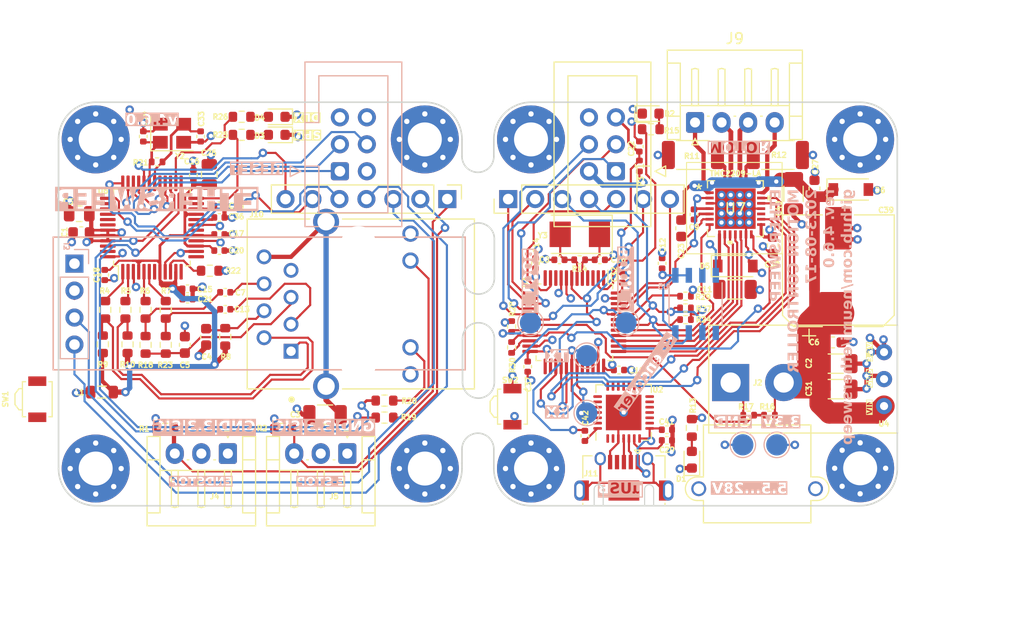
<source format=kicad_pcb>
(kicad_pcb (version 20221018) (generator pcbnew)
  (title_block (title "ethersweep2") (rev "2.0.1") (company "github.com/neumi"))
  (layers (0 "F.Cu" signal) (1 "In1.Cu" power "GND") (2 "In2.Cu" power "3.3v") (31 "B.Cu" signal) (34 "B.Paste" user) (35 "F.Paste" user) (36 "B.SilkS" user "B.Silkscreen") (37 "F.SilkS" user "F.Silkscreen") (38 "B.Mask" user) (39 "F.Mask" user) (44 "Edge.Cuts" user))
  (net 0 "")
  (net 1 "GND")
  (net 2 "Net-(U3-PD0-OSC_OUT)")
  (net 3 "SCL")
  (net 4 "SDA")
  (net 5 "+3V3")
  (net 6 "MISO")
  (net 7 "SCK")
  (net 8 "rst")
  (net 9 "MOSI")
  (net 10 "ESTOP")
  (net 11 "ENDSTOP")
  (net 12 "+28V")
  (net 13 "RST_ETHERNET")
  (net 14 "Net-(U7-CPO)")
  (net 15 "Net-(U7-CPI)")
  (net 16 "Net-(U3-PD0-OSC_IN)")
  (net 17 "ETHERNET_LED_B")
  (net 18 "ETHERNET_LED_A")
  (net 19 "Net-(D5-K)")
  (net 20 "Net-(U7-VCP)")
  (net 21 "Net-(U6-XI{slash}CLKIN)")
  (net 22 "voltage_detect")
  (net 23 "Net-(U6-XO)")
  (net 24 "Net-(U6-1V2O)")
  (net 25 "Net-(U6-TOCAP)")
  (net 26 "Net-(D1-A)")
  (net 27 "Net-(D2-A)")
  (net 28 "Net-(D3-A)")
  (net 29 "GND1")
  (net 30 "Net-(D4-A)")
  (net 31 "ETH_INT")
  (net 32 "TC")
  (net 33 "RC")
  (net 34 "RD-")
  (net 35 "RD+")
  (net 36 "+3.3VA")
  (net 37 "TD+")
  (net 38 "TD-")
  (net 39 "Net-(J9-Pin_1)")
  (net 40 "Net-(J9-Pin_2)")
  (net 41 "Net-(J9-Pin_3)")
  (net 42 "Net-(J9-Pin_4)")
  (net 43 "Net-(U2-VDD)")
  (net 44 "Net-(J11-VBUS)")
  (net 45 "Net-(U2-~{DTR})")
  (net 46 "Net-(J11-D-)")
  (net 47 "Net-(C7-Pad2)")
  (net 48 "Net-(C13-Pad2)")
  (net 49 "Net-(J11-D+)")
  (net 52 "Net-(U6-TXN)")
  (net 53 "Net-(U6-TXP)")
  (net 54 "Net-(U6-RXN)")
  (net 55 "Net-(U6-RXP)")
  (net 56 "Net-(U7-BRB)")
  (net 57 "Net-(U7-BRA)")
  (net 58 "Net-(U3-PC13-TAMPER-RTC)")
  (net 59 "Net-(U6-LINKLED)")
  (net 60 "Net-(U6-ACTLED)")
  (net 61 "Net-(U6-EXRES1)")
  (net 62 "uC_TX")
  (net 63 "uC_RX")
  (net 64 "Net-(U6-SPDLED)")
  (net 65 "Net-(U6-DUPLED)")
  (net 70 "BOOT_1")
  (net 71 "BOOT_0")
  (net 74 "MOT_UART_TX")
  (net 75 "MOT_UART_RX")
  (net 85 "MOT_ENABLE")
  (net 86 "MOT_SPREAD")
  (net 87 "MOT_M0")
  (net 88 "MOT_M1")
  (net 89 "MOT_DIAG")
  (net 90 "MOT_INDEX")
  (net 91 "MOT_STEP")
  (net 92 "MOT_DIR")
  (net 93 "MOT_STANDBY")
  (net 101 "CS")
  (net 124 "unconnected-(J11-Shield-Pad6)")
  (footprint "Capacitor_SMD:C_0805_2012Metric" (layer "F.Cu") (at 160.3 33.5 90)
    (fp_text reference "C26")
    (fp_text value "C10uF" hide)
  )
  (footprint "Inductor_SMD:L_0805_2012Metric" (layer "F.Cu") (at 150.2 54)
    (fp_text reference "L1")
    (fp_text value "L600OHM" hide)
  )
  (footprint "modules:HANRUN_HR911105A" (layer "F.Cu") (at 174.35 45.7 -90)
    (fp_text reference "J10")
    (fp_text value "HR911105A")
  )
  (footprint "MountingHole:MountingHole_3.2mm_M3_Pad_Via" (layer "F.Cu") (at 180.6 30.2)
    (fp_text reference "H6" hide)
    (fp_text value "MountingHole_Pad" hide)
  )
  (footprint "MountingHole:MountingHole_3.2mm_M3_Pad_Via" (layer "F.Cu") (at 149.6 30.2)
    (fp_text reference "H5" hide)
    (fp_text value "MountingHole_Pad" hide)
  )
  (footprint "MountingHole:MountingHole_3.2mm_M3_Pad_Via" (layer "F.Cu") (at 149.6 61.2)
    (fp_text reference "H8" hide)
    (fp_text value "MountingHole_Pad" hide)
  )
  (footprint "MountingHole:MountingHole_3.2mm_M3_Pad_Via" (layer "F.Cu") (at 180.6 61.2)
    (fp_text reference "H7" hide)
    (fp_text value "MountingHole_Pad" hide)
  )
  (footprint "Resistor_SMD:R_0603_1608Metric" (layer "F.Cu") (at 176.8 56.4 180)
    (fp_text reference "R19")
    (fp_text value "R330" hide)
  )
  (footprint "Crystal:Crystal_SMD_3225-4Pin_3.2x2.5mm" (layer "F.Cu") (at 156.785 29.62)
    (fp_text reference "Y2")
    (fp_text value "Crystal_25MHz" hide)
  )
  (footprint "Capacitor_SMD:C_0402_1005Metric" (layer "F.Cu") (at 161.25 37.55)
    (fp_text reference "C36")
    (fp_text value "C4.7uF" hide)
  )
  (footprint "Package_QFP:LQFP-48_7x7mm_P0.5mm" (layer "F.Cu") (at 154.9 38.5 90)
    (fp_text reference "U6")
    (fp_text value "W5500" hide)
  )
  (footprint "Capacitor_SMD:C_0402_1005Metric" (layer "F.Cu") (at 161.25 36.47)
    (fp_text reference "C35")
    (fp_text value "C10nF" hide)
  )
  (footprint "Resistor_SMD:R_0603_1608Metric" (layer "F.Cu") (at 176.8 54.8 180)
    (fp_text reference "R20")
    (fp_text value "R330" hide)
  )
  (footprint "Capacitor_SMD:C_0402_1005Metric" (layer "F.Cu") (at 154.085 29.92 90)
    (fp_text reference "C34")
    (fp_text value "C18pF" hide)
  )
  (footprint "Capacitor_SMD:C_0402_1005Metric" (layer "F.Cu") (at 159.485 29.92 90)
    (fp_text reference "C33")
    (fp_text value "C18pF" hide)
  )
  (footprint "Button_Switch_SMD:SW_SPST_B3U-3000P" (layer "F.Cu") (at 144.1 54.67 90)
    (fp_text reference "SW1")
    (fp_text value "SW_Push" hide)
  )
  (footprint "Capacitor_SMD:C_0805_2012Metric" (layer "F.Cu") (at 148.05 37.2 180)
    (fp_text reference "C30")
    (fp_text value "C10uF" hide)
  )
  (footprint "Resistor_SMD:R_0603_1608Metric" (layer "F.Cu") (at 156.2 49.55 90)
    (fp_text reference "R23")
    (fp_text value "R49.9" hide)
  )
  (footprint "Resistor_SMD:R_0603_1608Metric" (layer "F.Cu") (at 156.2 46.25 90)
    (fp_text reference "R7")
    (fp_text value "R33" hide)
  )
  (footprint "Resistor_SMD:R_0603_1608Metric" (layer "F.Cu") (at 154.3 46.25 90)
    (fp_text reference "R6")
    (fp_text value "R33" hide)
  )
  (footprint "Resistor_SMD:R_0603_1608Metric" (layer "F.Cu") (at 152.4 46.25 90)
    (fp_text reference "R5")
    (fp_text value "R33" hide)
  )
  (footprint "Resistor_SMD:R_0603_1608Metric" (layer "F.Cu") (at 150.5 46.25 90)
    (fp_text reference "R4")
    (fp_text value "R33" hide)
  )
  (footprint "Capacitor_SMD:C_0603_1608Metric" (layer "F.Cu") (at 158 49.55 -90)
    (fp_text reference "C5")
    (fp_text value "C10nF" hide)
  )
  (footprint "Capacitor_SMD:C_0402_1005Metric" (layer "F.Cu") (at 161.8 44.6 180)
    (fp_text reference "C7")
    (fp_text value "C6.8nF" hide)
  )
  (footprint "Capacitor_SMD:C_0402_1005Metric" (layer "F.Cu") (at 161.8 46.2 180)
    (fp_text reference "C13")
    (fp_text value "C6.8nF" hide)
  )
  (footprint "Capacitor_SMD:C_1206_3216Metric" (layer "F.Cu") (at 171.2 56.12 180)
    (fp_text reference "C3")
    (fp_text value "C1nF" hide)
  )
  (footprint "Capacitor_SMD:C_0603_1608Metric" (layer "F.Cu") (at 160 48.8 90)
    (fp_text reference "C4")
    (fp_text value "C22nF" hide)
  )
  (footprint "MountingHole:MountingHole_3.2mm_M3_Pad_Via" (layer "F.Cu") (at 190.6 30.2)
    (fp_text reference "H1" hide)
    (fp_text value "MountingHole_Pad" hide)
  )
  (footprint "MountingHole:MountingHole_3.2mm_M3_Pad_Via" (layer "F.Cu") (at 221.6 30.2)
    (fp_text reference "H2" hide)
    (fp_text value "MountingHole_Pad" hide)
  )
  (footprint "MountingHole:MountingHole_3.2mm_M3_Pad_Via" (layer "F.Cu") (at 190.6 61.2)
    (fp_text reference "H4" hide)
    (fp_text value "MountingHole_Pad" hide)
  )
  (footprint "Connector_IDC:IDC-Header_2x03_P2.54mm_Vertical" (layer "F.Cu") (at 198.6 33.2 180)
    (fp_text reference "J1" hide)
    (fp_text value "AVR-ISP-6" hide)
  )
  (footprint "MountingHole:MountingHole_3.2mm_M3_Pad_Via" (layer "F.Cu") (at 221.6 61.175001)
    (fp_text reference "H3" hide)
    (fp_text value "MountingHole_Pad" hide)
  )
  (footprint "Resistor_SMD:R_0603_1608Metric" (layer "F.Cu") (at 161.8 48.8 90)
    (fp_text reference "R8")
    (fp_text value "R10" hide)
  )
  (footprint "Resistor_SMD:R_0402_1005Metric" (layer "F.Cu") (at 155.385 32.32 180)
    (fp_text reference "R21")
    (fp_text value "R1M" hide)
  )
  (footprint "Resistor_SMD:R_0603_1608Metric" (layer "F.Cu") (at 160.35 42.57 180)
    (fp_text reference "R22")
    (fp_text value "R12K4" hide)
  )
  (footprint "Resistor_SMD:R_0603_1608Metric" (layer "F.Cu") (at 150.2768 49.5 90)
    (fp_text reference "R9")
    (fp_text value "R49.9" hide)
  )
  (footprint "Resistor_SMD:R_0603_1608Metric" (layer "F.Cu") (at 152.6 49.5 90)
    (fp_text reference "R10")
    (fp_text value "R49.9" hide)
  )
  (footprint "Resistor_SMD:R_0603_1608Metric" (layer "F.Cu") (at 154.3 49.55 90)
    (fp_text reference "R18")
    (fp_text value "R49.9" hide)
  )
  (footprint "Resistor_SMD:R_0603_1608Metric" (layer "F.Cu") (at 163.35 29.77)
    (fp_text reference "R25")
    (fp_text value "R330" hide)
  )
  (footprint "Resistor_SMD:R_0603_1608Metric" (layer "F.Cu") (at 163.35 28.07)
    (fp_text reference "R26")
    (fp_text value "R330" hide)
  )
  (footprint "LED_SMD:LED_0603_1608Metric" (layer "F.Cu") (at 166.65 29.77 180)
    (fp_text reference "D3")
    (fp_text value "LED" hide)
  )
  (footprint "modules:DD4012SA" (layer "F.Cu") (at 207.34 57.855 90)
    (fp_text reference "U4")
    (fp_text value "DD4012SA" hide)
  )
  (footprint "LED_SMD:LED_0603_1608Metric" (layer "F.Cu") (at 205.75 60.37 90)
    (fp_text reference "D1")
    (fp_text value "LED" hide)
  )
  (footprint "Connector_AMASS:AMASS_XT30PW-M_1x02_P2.50mm_Horizontal" (layer "F.Cu") (at 209.4 53.1 180)
    (fp_text reference "J2")
    (fp_text value "Conn_01x02_Male" hide)
  )
  (footprint "Resistor_SMD:R_0603_1608Metric" (layer "F.Cu") (at 205.75 57.37 -90)
    (fp_text reference "R13")
    (fp_text value "R330" hide)
  )
  (footprint "Capacitor_SMD:C_0402_1005Metric" (layer "F.Cu") (at 161.25 40.67)
    (fp_text reference "C20")
    (fp_text value "C100nF" hide)
  )
  (footprint "Capacitor_SMD:C_0402_1005Metric" (layer "F.Cu") (at 205.95 37.27 -90)
    (fp_text reference "C9")
    (fp_text value "C22nF 50V" hide)
  )
  (footprint "KiCad:TMC2209-LA" (layer "F.Cu") (at 209.85 36.72)
    (fp_text reference "U7")
    (fp_text value "TMC2209-LA")
  )
  (footprint "Capacitor_SMD:CP_Elec_10x10" (layer "F.Cu") (at 219.55 42.57 90)
    (fp_text reference "C39")
    (fp_text value "C_330uF" hide)
  )
  (footprint "Resistor_SMD:R_2010_5025Metric" (layer "F.Cu") (at 205.85 31.67)
    (fp_text reference "R11")
    (fp_text value "R100mOHM" hide)
  )
  (footprint "Capacitor_SMD:C_0402_1005Metric" (layer "F.Cu") (at 158.2524 45.2424)
    (fp_text reference "C21")
    (fp_text value "C100nF" hide)
  )
  (footprint "Capacitor_SMD:C_0402_1005Metric" (layer "F.Cu") (at 203.4 58.545 180)
    (fp_text reference "C29")
    (fp_text value "C100nF" hide)
  )
  (footprint "Capacitor_SMD:C_0402_1005Metric" (layer "F.Cu") (at 158.8 33.57 90)
    (fp_text reference "C16")
    (fp_text value "C100nF" hide)
  )
  (footprint "Resistor_SMD:R_0402_1005Metric" (layer "F.Cu") (at 188.775 49.795 90)
    (fp_text reference "R30")
    (fp_text value "R1k" hide)
  )
  (footprint "LED_SMD:LED_0603_1608Metric" (layer "F.Cu") (at 166.65 28.07 180)
    (fp_text reference "D4")
    (fp_text value "LED" hide)
  )
  (footprint "Capacitor_SMD:C_0603_1608Metric" (layer "F.Cu") (at 217.3 34.82 90)
    (fp_text reference "C27")
    (fp_text value "C100nF" hide)
  )
  (footprint "Capacitor_SMD:C_0402_1005Metric" (layer "F.Cu") (at 203.4 57.545 180)
    (fp_text reference "C41")
    (fp_text value "C100nF" hide)
  )
  (footprint "Capacitor_SMD:C_0603_1608Metric" (layer "F.Cu") (at 219.05 49.32)
    (fp_text reference "C6")
    (fp_text value "C100nF" hide)
  )
  (footprint "Connector_USB:USB_Micro-AB_Molex_47590-0001" (layer "F.Cu") (at 199.35 63.27)
    (fp_text reference "J11")
    (fp_text value "USB_B_Micro" hide)
    (fp_line (start -3.75 1.45) (end -2.8 1.45) (stroke (width 0.1)) (layer "Edge.Cuts"))
    (fp_line (start -2.8 -0.125) (end -2.8 1.45) (stroke (width 0.1)) (layer "Edge.Cuts"))
    (fp_line (start -1.95 -0.125) (end -1.95 1.45) (stroke (width 0.1)) (layer "Edge.Cuts"))
    (fp_line (start -1.95 1.45) (end 1.95 1.45) (stroke (width 0.1)) (layer "Edge.Cuts"))
    (fp_line (start 1.95 -0.125) (end 1.95 1.45) (stroke (width 0.1)) (layer "Edge.Cuts"))
    (fp_line (start 2.8 -0.125) (end 2.8 1.45) (stroke (width 0.1)) (layer "Edge.Cuts"))
    (fp_line (start 2.8 1.45) (end 3.75 1.45) (stroke (width 0.1)) (layer "Edge.Cuts"))
    (fp_arc (start -2.8 -0.125) (mid -2.375 -0.55) (end -1.95 -0.125) (stroke (width 0.1)) (layer "Edge.Cuts"))
    (fp_arc (start 1.95 -0.125) (mid 2.375 -0.55) (end 2.8 -0.125) (stroke (width 0.1)) (layer "Edge.Cuts"))
  )
  (footprint "Connector_PinHeader_2.54mm:PinHeader_1x07_P2.54mm_Vertical" (layer "F.Cu") (at 182.7176 35.819 -90)
    (fp_text reference "J7" hide)
    (fp_text value "Conn_01x07_Male" hide)
  )
  (footprint "Resistor_SMD:R_0402_1005Metric" (layer "F.Cu") (at 200.81 32.7 90)
    (fp_text reference "R3")
    (fp_text value "R10k" hide)
  )
  (footprint "Connector_JST:JST_EH_S3B-EH_1x03_P2.50mm_Horizontal" (layer "F.Cu") (at 173.3 59.7875 180)
    (fp_text reference "J5")
    (fp_text value "Conn_01x03_Male" hide)
  )
  (footprint "Capacitor_SMD:C_1206_3216Metric" (layer "F.Cu") (at 215.325 35.32 -90)
    (fp_text reference "C40")
    (fp_text value "C10uF" hide)
  )
  (footprint "Connector_JST:JST_EH_S3B-EH_1x03_P2.50mm_Horizontal" (layer "F.Cu") (at 162.05 59.7875 180)
    (fp_text reference "J4")
    (fp_text value "Conn_01x03_Male" hide)
  )
  (footprint "Capacitor_SMD:C_1206_3216Metric" (layer "F.Cu") (at 219.3 53.72)
    (fp_text reference "C31")
    (fp_text value "C10uF" hide)
  )
  (footprint "Resistor_SMD:R_0402_1005Metric" (layer "F.Cu") (at 205.15 46.07 180)
    (fp_text reference "R27")
    (fp_text value "R10k" hide)
  )
  (footprint "Capacitor_SMD:C_0402_1005Metric" (layer "F.Cu") (at 158.25 44.27)
    (fp_text reference "C15")
    (fp_text value "C100nF" hide)
  )
  (footprint "Capacitor_SMD:C_0402_1005Metric" (layer "F.Cu") (at 202.95 41.87 -90)
    (fp_text reference "C12")
    (fp_text value "C100nF" hide)
  )
  (footprint "Capacitor_SMD:C_0402_1005Metric" (layer "F.Cu") (at 197.08 41.54 180)
    (fp_text reference "C10")
    (fp_text value "C22pF" hide)
  )
  (footprint "Connector_PinHeader_2.54mm:PinHeader_1x07_P2.54mm_Vertical" (layer "F.Cu") (at 188.453 35.819 90)
    (fp_text reference "J6" hide)
    (fp_text value "Conn_01x07_Female" hide)
  )
  (footprint "Connector_JST:JST_EH_S4B-EH_1x04_P2.50mm_Horizontal" (layer "F.Cu") (at 206.05 28.6025)
    (fp_text reference "J9")
    (fp_text value "Conn_01x04_Female" hide)
  )
  (footprint "Capacitor_SMD:C_0402_1005Metric" (layer "F.Cu") (at 198.8875 51.92)
    (fp_text reference "C19")
    (fp_text value "C100nF" hide)
  )
  (footprint "Resistor_SMD:R_2010_5025Metric" (layer "F.Cu") (at 213.85 31.67 180)
    (fp_text reference "R12")
    (fp_text value "R100mOHM" hide)
  )
  (footprint "Capacitor_SMD:C_0402_1005Metric" (layer "F.Cu") (at 193.28 41.54 180)
    (fp_text reference "C8")
    (fp_text value "C22pF" hide)
  )
  (footprint "Capacitor_SMD:C_0402_1005Metric" (layer "F.Cu") (at 200.8 30.866 -90)
    (fp_text reference "C22")
    (fp_text value "C100nF" hide)
  )
  (footprint "Package_QFP:LQFP-48_7x7mm_P0.5mm" (layer "F.Cu") (at 194.6875 47.42 -90)
    (fp_text reference "U3")
    (fp_text value "STM32F103C8Tx" hide)
  )
  (footprint "Resistor_SMD:R_0603_1608Metric" (layer "F.Cu") (at 167.25 57.47)
    (fp_text reference "R2")
    (fp_text value "R10k" hide)
  )
  (footprint "Resistor_SMD:R_0402_1005Metric" (layer "F.Cu") (at 205.15 44.97 180)
    (fp_text reference "R29")
    (fp_text value "R10k" hide)
  )
  (footprint "Diode_SMD:D_SOD-123" (layer "F.Cu") (at 209.8394 42.128)
    (fp_text reference "D5")
    (fp_text value "D_TVS_5V" hide)
  )
  (footprint "Package_DFN_QFN:QFN-28-1EP_5x5mm_P0.5mm_EP3.35x3.35mm" (layer "F.Cu") (at 199.325 55.92 90)
    (fp_text reference "U2")
    (fp_text value "CP2102N-A01-GQFN28" hide)
  )
  (footprint "Resistor_SMD:R_0402_1005Metric" (layer "F.Cu") (at 213.06 56.17 180)
    (fp_text reference "R16")
    (fp_text value "R10k" hide)
  )
  (footprint "Capacitor_SMD:C_0402_1005Metric" (layer "F.Cu") (at 199.1875 43.21 90)
    (fp_text reference "C32")
    (fp_text value "C100nF" hide)
  )
  (footprint "Resistor_SMD:R_0402_1005Metric" (layer "F.Cu") (at 195.18 41.54 180)
    (fp_text reference "R14")
    (fp_text value "R1M" hide)
  )
  (footprint "Capacitor_SMD:C_0603_1608Metric" (layer "F.Cu") (at 204.75 38.57 -90)
    (fp_text reference "C23")
    (fp_text value "C100nF" hide)
  )
  (footprint "Diode_SMD:D_SOD-123" (layer "F.Cu") (at 220.725 34.92)
    (fp_text reference "D6")
    (fp_text value "D_TVS_30V" hide)
  )
  (footprint "Capacitor_SMD:C_0402_1005Metric" (layer "F.Cu") (at 150.45 42.97 -90)
    (fp_text reference "C18")
    (fp_text value "C100nF" hide)
  )
  (footprint "Resistor_SMD:R_0603_1608Metric" (layer "F.Cu") (at 156.15 57.47)
    (fp_text reference "R1")
    (fp_text value "R10k" hide)
  )
  (footprint "Button_Switch_SMD:SW_SPST_B3U-3000P" (layer "F.Cu") (at 188.85 55.37 90)
    (fp_text reference "SW2")
    (fp_text value "SW_BOOT_0" hide)
  )
  (footprint "Capacitor_SMD:C_0603_1608Metric" (layer "F.Cu") (at 213.3704 40.17 -90)
    (fp_text reference "C38")
    (fp_text value "C100nF" hide)
  )
  (footprint "Capacitor_SMD:C_0402_1005Metric" (layer "F.Cu") (at 190.2875 51.6 -90)
    (fp_text reference "C37")
    (fp_text value "C100nF" hide)
  )
  (footprint "LED_SMD:LED_0603_1608Metric" (layer "F.Cu") (at 201.87 27.77)
    (fp_text reference "D2")
    (fp_text value "LED" hide)
  )
  (footprint "Capacitor_SMD:C_1206_3216Metric" (layer "F.Cu") (at 219.3 51.32)
    (fp_text reference "C2")
    (fp_text value "C4.7uF" hide)
  )
  (footprint "Resistor_SMD:R_0603_1608Metric" (layer "F.Cu") (at 201.8896 29.2404 180)
    (fp_text reference "R15")
    (fp_text value "R1k" hide)
  )
  (footprint "Resistor_SMD:R_0402_1005Metric" (layer "F.Cu") (at 188.775 47.82 -90)
    (fp_text reference "R28")
    (fp_text value "R10k" hide)
  )
  (footprint "Crystal:Crystal_SMD_5032-2Pin_5.0x3.2mm" (layer "F.Cu") (at 195.2 39.14 180)
    (fp_text reference "Y3")
    (fp_text value "Crystal" hide)
  )
  (footprint "Capacitor_SMD:C_0603_1608Metric" (layer "F.Cu") (at 148.2448 38.9432 180)
    (fp_text reference "C1")
    (fp_text value "C100nF" hide)
  )
  (footprint "Capacitor_SMD:C_1206_3216Metric" (layer "F.Cu") (at 209.8144 44.328)
    (fp_text reference "C11")
    (fp_text value "C2.2-4.7uF ceramic" hide)
  )
  (footprint "Capacitor_SMD:C_0402_1005Metric" (layer "F.Cu") (at 191.025 41.87 90)
    (fp_text reference "C14")
    (fp_text value "C100nF" hide)
  )
  (footprint "Resistor_SMD:R_0402_1005Metric" (layer "F.Cu") (at 211.1 56.17 180)
    (fp_text reference "R17")
    (fp_text value "R1k" hide)
  )
  (footprint "Capacitor_SMD:C_0402_1005Metric" (layer "F.Cu") (at 161.25 39.149096)
    (fp_text reference "C17")
    (fp_text value "C100nF" hide)
  )
  (footprint "Capacitor_SMD:C_0402_1005Metric" (layer "F.Cu") (at 195.675 58.12 -90)
    (fp_text reference "C42")
    (fp_text value "C100nF" hide)
  )
  (footprint "Resistor_SMD:R_0402_1005Metric" (layer "F.Cu") (at 205.15 47.17 180)
    (fp_text reference "R24")
    (fp_text value "R10k" hide)
  )
  (footprint "Connector_IDC:IDC-Header_2x03_P2.54mm_Vertical" (layer "B.Cu") (at 172.6 33.2)
    (fp_text reference "J8" hide)
    (fp_text value "AVR-ISP-6" hide)
  )
  (footprint "Connector_PinHeader_2.54mm:PinHeader_1x04_P2.54mm_Vertical" (layer "B.Cu") (at 147.6 41.9 180)
    (fp_text reference "J3")
    (fp_text value "Conn_01x04_Female" hide)
  )
  (footprint "modules:AS5600" (layer "B.Cu") (at 206.1 45.7)
    (fp_text reference "U5")
    (fp_text value "AS5600")
  )
  (footprint "TestPoint:TestPoint_Pad_D2.0mm" (layer "B.Cu") (at 195.85 55.97 180)
    (fp_text reference "TP3" hide)
    (fp_text value "RX" hide)
  )
  (footprint "TestPoint:TestPoint_Pad_D2.0mm" (layer "B.Cu") (at 213.75 58.97 180)
    (fp_text reference "TP1" hide)
    (fp_text value "3.3V" hide)
  )
  (footprint "TestPoint:TestPoint_Pad_D2.0mm" (layer "B.Cu") (at 195.85 50.57 180)
    (fp_text reference "TP4" hide)
    (fp_text value "TX" hide)
  )
  (footprint "TestPoint:TestPoint_Pad_D2.0mm" (layer "B.Cu") (at 210.55 58.963 180)
    (fp_text reference "TP2" hide)
    (fp_text value "GND" hide)
  )
  (footprint "TestPoint:TestPoint_Pad_D2.0mm" (layer "B.Cu") (at 199.55 47.47 180)
    (fp_text reference "TP6" hide)
    (fp_text value "BOOT_0" hide)
  )
  (footprint "TestPoint:TestPoint_Pad_D2.0mm" (layer "B.Cu") (at 190.55 47.47 180)
    (fp_text reference "TP5" hide)
    (fp_text value "BOOT_1" hide)
  )
  (gr_line (start 184.4 39.4) (end 145.6 39.4) (stroke (width 0.15)) (layer "B.SilkS"))
  (gr_line (start 145.6 39.4) (end 145.6 51.9) (stroke (width 0.15)) (layer "B.SilkS"))
  (gr_line (start 145.6 51.9) (end 184.4 51.9) (stroke (width 0.15)) (layer "B.SilkS"))
  (gr_line (start 184.4 51.9) (end 184.4 39.4) (stroke (width 0.15)) (layer "B.SilkS"))
  (gr_rect (start 205.25 32.37) (end 214.25 40.97) (stroke (width 0.1)) (fill none) (layer "F.SilkS"))
  (gr_line (start 184.1 31.8) (end 184.1 30.2) (stroke (width 0.15)) (layer "Edge.Cuts"))
  (gr_line (start 184.1 60.7) (end 184.1 59.4) (stroke (width 0.15)) (layer "Edge.Cuts"))
  (gr_line (start 180.6 26.7) (end 149.6 26.7) (stroke (width 0.15)) (layer "Edge.Cuts"))
  (gr_arc (start 146.1 30.2) (mid 147.125126 27.725126) (end 149.6 26.7) (stroke (width 0.15)) (layer "Edge.Cuts"))
  (gr_arc (start 180.6 26.7) (mid 183.074874 27.725126) (end 184.1 30.2) (stroke (width 0.15)) (layer "Edge.Cuts"))
  (gr_arc (start 184.1 61.2) (mid 183.074874 63.674874) (end 180.6 64.7) (stroke (width 0.15)) (layer "Edge.Cuts"))
  (gr_line (start 146.1 30.2) (end 146.1 61.2) (stroke (width 0.15)) (layer "Edge.Cuts"))
  (gr_line (start 149.6 64.7) (end 180.6 64.7) (stroke (width 0.15)) (layer "Edge.Cuts"))
  (gr_arc (start 149.6 64.7) (mid 147.125126 63.674874) (end 146.1 61.2) (stroke (width 0.15)) (layer "Edge.Cuts"))
  (gr_line (start 184.1 61.2) (end 184.1 60.7) (stroke (width 0.15)) (layer "Edge.Cuts"))
  (gr_line (start 225.1 61.2) (end 225.1 30.2) (stroke (width 0.15)) (layer "Edge.Cuts"))
  (gr_line (start 190.6 64.7) (end 221.6 64.7) (stroke (width 0.15)) (layer "Edge.Cuts"))
  (gr_arc (start 190.6 64.7) (mid 188.125126 63.674874) (end 187.1 61.2) (stroke (width 0.15)) (layer "Edge.Cuts"))
  (gr_arc (start 225.1 61.2) (mid 224.074874 63.674874) (end 221.6 64.7) (stroke (width 0.15)) (layer "Edge.Cuts"))
  (gr_arc (start 187.1 30.2) (mid 188.125126 27.725126) (end 190.6 26.7) (stroke (width 0.15)) (layer "Edge.Cuts"))
  (gr_line (start 190.6 26.7) (end 221.6 26.7) (stroke (width 0.15)) (layer "Edge.Cuts"))
  (gr_line (start 187.1 30.2) (end 187.1 30.7) (stroke (width 0.15)) (layer "Edge.Cuts"))
  (gr_line (start 187.1 61.2) (end 187.1 59.4) (stroke (width 0.15)) (layer "Edge.Cuts"))
  (gr_line (start 187.1 31.8) (end 187.1 30.7) (stroke (width 0.15)) (layer "Edge.Cuts"))
  (gr_arc (start 221.6 26.7) (mid 224.074874 27.725126) (end 225.1 30.2) (stroke (width 0.15)) (layer "Edge.Cuts"))
  (gr_arc (start 184.15 48.97) (mid 185.65 47.47) (end 187.15 48.97) (stroke (width 0.15)) (layer "Edge.Cuts"))
  (gr_arc (start 184.15 39.57) (mid 185.65 38.07) (end 187.15 39.57) (stroke (width 0.15)) (layer "Edge.Cuts"))
  (gr_arc (start 184.1 59.4) (mid 185.6 57.869681) (end 187.1 59.4) (stroke (width 0.15)) (layer "Edge.Cuts"))
  (gr_line (start 184.15 53.07) (end 184.15 48.97) (stroke (width 0.15)) (layer "Edge.Cuts"))
  (gr_line (start 184.15 43.27) (end 184.15 39.57) (stroke (width 0.15)) (layer "Edge.Cuts"))
  (gr_arc (start 187.15 43.27) (mid 185.65 44.77) (end 184.15 43.27) (stroke (width 0.15)) (layer "Edge.Cuts"))
  (gr_arc (start 187.1 31.8) (mid 185.6 33.3) (end 184.1 31.8) (stroke (width 0.15)) (layer "Edge.Cuts"))
  (gr_line (start 187.15 39.57) (end 187.15 43.27) (stroke (width 0.15)) (layer "Edge.Cuts"))
  (gr_line (start 187.15 48.97) (end 187.15 53.07) (stroke (width 0.15)) (layer "Edge.Cuts"))
  (gr_arc (start 187.15 53.07) (mid 185.65 54.57) (end 184.15 53.07) (stroke (width 0.15)) (layer "Edge.Cuts"))
  (gr_text "RESET" (at 167.3 33.02) (layer "B.SilkS" knockout) (effects (font (size 1 1) (thickness 0.2) bold) (justify left mirror)))
  (gr_text "ETHERSWEEP \nMOTION CONTROLLER\n2023-08-17\nrev. 4.6.0\ngithub.com/neumi/ethersweep" (at 217.05 34.87 90) (layer "B.SilkS") (effects (font (size 1 1) (thickness 0.2) bold) (justify left mirror)))
  (gr_text "ENDSTOP" (at 159.525 62.47) (layer "B.SilkS" knockout) (effects (font (size 0.8 0.8) (thickness 0.16) bold) (justify mirror)))
  (gr_text "v4.6.0" (at 157.338 27.818) (layer "B.SilkS" knockout) (effects (font (size 1 1) (thickness 0.16) bold) (justify left top mirror)))
  (gr_text "3.3V" (at 215.95 56.87) (layer "B.SilkS" knockout) (effects (font (size 1 1) (thickness 0.2) bold) (justify left mirror)))
  (gr_text "BOOT_0" (at 199.45 40.27 90) (layer "B.SilkS" knockout) (effects (font (size 1 1) (thickness 0.2) bold) (justify left mirror)))
  (gr_text "µUSB" (at 201.15 63.124) (layer "B.SilkS" knockout) (effects (font (size 1 1) (thickness 0.2) bold) (justify left mirror)))
  (gr_text "MOTOR" (at 207.2236 30.866 180) (layer "B.SilkS" knockout) (effects (font (size 1 1) (thickness 0.2) bold) (justify left mirror)))
  (gr_text "TX" (at 194.05 50.67) (layer "B.SilkS" knockout) (effects (font (size 1 1) (thickness 0.2) bold) (justify left mirror)))
  (gr_text "<- encoder" (at 201.05 51.87 55) (layer "B.SilkS" knockout) (effects (font (size 1 1) (thickness 0.16) bold) (justify top mirror)))
  (gr_text "GND" (at 211.35 56.87) (layer "B.SilkS" knockout) (effects (font (size 1 1) (thickness 0.2) bold) (justify left mirror)))
  (gr_text "ETHERSWEEP" (at 164.958 34.93) (layer "B.SilkS" knockout) (effects (font (size 1.8 1.8) (thickness 0.16) bold) (justify left top mirror)))
  (gr_text "GND|3.3|SIG" (at 159.825 56.695) (layer "B.SilkS" knockout) (effects (font (size 1 1) (thickness 0.16) bold) (justify top mirror)))
  (gr_text "GND|3.3|SIG" (at 171.05 56.695) (layer "B.SilkS" knockout) (effects (font (size 1 1) (thickness 0.16) bold) (justify top mirror)))
  (gr_text "RX" (at 194.15 55.97) (layer "B.SilkS" knockout) (effects (font (size 1 1) (thickness 0.2) bold) (justify left mirror)))
  (gr_text "E-STOP" (at 170.825 62.47) (layer "B.SilkS" knockout) (effects (font (size 0.8 0.8) (thickness 0.16) bold) (justify mirror)))
  (gr_text "5.5...28V" (at 214.742 63.124) (layer "B.SilkS" knockout) (effects (font (size 1 1) (thickness 0.2) bold) (justify left mirror)))
  (gr_text "BOOT_1" (at 190.45 40.47 90) (layer "B.SilkS" knockout) (effects (font (size 1 1) (thickness 0.2) bold) (justify left mirror)))
  (gr_text "DLX" (at 169.55 28.07 180) (layer "F.SilkS" knockout) (effects (font (size 0.8 0.8) (thickness 0.16) bold)))
  (gr_text "SPD" (at 169.55 29.72 180) (layer "F.SilkS" knockout) (effects (font (size 0.8 0.8) (thickness 0.16) bold)))
  (gr_text "3.3V" (at 222.5144 50.2208 90) (layer "F.SilkS" knockout) (effects (font (size 0.5 0.5) (thickness 0.1) bold)))
  (segment (start 157.885 30.47) (end 159.415 30.47) (width 0.25) (layer "F.Cu") (net 1))
  (segment (start 158 48.775) (end 158 47.75) (width 0.2) (layer "F.Cu") (net 1))
  (segment (start 153.4 44.1) (end 153.4 44.1) (width 0.2) (layer "F.Cu") (net 1))
  (segment (start 196.9375 51.5825) (end 196.95 51.595) (width 0.2) (layer "F.Cu") (net 1))
  (segment (start 155.65 35.729) (end 155.56 35.819) (width 0.2) (layer "F.Cu") (net 1))
  (segment (start 201.0825 27.77) (end 200.625 27.77) (width 0.2) (layer "F.Cu") (net 1))
  (segment (start 151.17 43.45) (end 151.35 43.27) (width 0.2) (layer "F.Cu") (net 1))
  (segment (start 155.65 34.3375) (end 155.65 35.729) (width 0.2) (layer "F.Cu") (net 1))
  (segment (start 150.45 43.45) (end 151.17 43.45) (width 0.2) (layer "F.Cu") (net 1))
  (segment (start 213.3704 40.945) (end 213.125 40.945) (width 0.2) (layer "F.Cu") (net 1))
  (segment (start 147.4698 39.7502) (end 147.35 39.87) (width 0.4) (layer "F.Cu") (net 1))
  (segment (start 212.15 44.37) (end 211.3314 44.37) (width 0.2) (layer "F.Cu") (net 1))
  (segment (start 220.775 53.72) (end 222.15 53.72) (width 0.4) (layer "F.Cu") (net 1))
  (segment (start 192.375 49.145) (end 192.550858 49.145) (width 0.2) (layer "F.Cu") (net 1))
  (segment (start 215.325 36.795) (end 215.325 37.42) (width 0.4) (layer "F.Cu") (net 1))
  (segment (start 153.19999 43.24999) (end 153.19999 43.89999) (width 0.2) (layer "F.Cu") (net 1))
  (segment (start 161.039096 39.759096) (end 161.25 39.97) (width 0.2) (layer "F.Cu") (net 1))
  (segment (start 196.95 49.27) (end 196.9375 49.2825) (width 0.2) (layer "F.Cu") (net 1))
  (segment (start 161.25 39.97) (end 161.310452 39.909548) (width 0.2) (layer "F.Cu") (net 1))
  (segment (start 198.825 58.782652) (end 198.05 59.557652) (width 0.2) (layer "F.Cu") (net 1))
  (segment (start 162.55 39.17) (end 162.529096 39.149096) (width 0.4) (layer "F.Cu") (net 1))
  (segment (start 215.325 37.42) (end 216.1 38.195) (width 0.4) (layer "F.Cu") (net 1))
  (segment (start 153.15 43.2) (end 153.19999 43.24999) (width 0.2) (layer "F.Cu") (net 1))
  (segment (start 205.525 44.695) (end 205.525 44.835) (width 0.2) (layer "F.Cu") (net 1))
  (segment (start 205.75 61.1575) (end 204.6925 61.1575) (width 0.4) (layer "F.Cu") (net 1))
  (segment (start 159.071596 39.759096) (end 161.039096 39.759096) (width 0.2) (layer "F.Cu") (net 1))
  (segment (start 210.850001 38.313999) (end 211.1352 38.0288) (width 0.2) (layer "F.Cu") (net 1))
  (segment (start 221.325 39.645) (end 221.3 39.67) (width 0.2) (layer "F.Cu") (net 1))
  (segment (start 158.7324 44.2724) (end 158.73 44.27) (width 0.4) (layer "F.Cu") (net 1))
  (segment (start 147.1 37.2) (end 147.1 36.02) (width 0.4) (layer "F.Cu") (net 1))
  (segment (start 203.925 56.62) (end 203.925 59.545) (width 0.4) (layer "F.Cu") (net 1))
  (segment (start 200.625 27.77) (end 200.2 27.345) (width 0.2) (layer "F.Cu") (net 1))
  (segment (start 200.075 28.52) (end 200.3646 28.8096) (width 0.2) (layer "F.Cu") (net 1))
  (segment (start 159.0625 40.75) (end 157.75 40.75) (width 0.25) (layer "F.Cu") (net 1))
  (segment (start 155.015 29.44) (end 155.685 28.77) (width 0.2) (layer "F.Cu") (net 1))
  (segment (start 203.88 56.665) (end 203.925 56.62) (width 0.2) (layer "F.Cu") (net 1))
  (segment (start 202.55 31.67) (end 203.5375 31.67) (width 0.4) (layer "F.Cu") (net 1))
  (segment (start 167.4375 29.77) (end 168.45 29.77) (width 0.4) (layer "F.Cu") (net 1))
  (segment (start 169.1 56.12) (end 168.55 55.57) (width 0.4) (layer "F.Cu") (net 1))
  (segment (start 161.310452 39.909548) (end 161.355227 39.909548) (width 0.2) (layer "F.Cu") (net 1))
  (segment (start 198.825 56.42) (end 199.325 55.92) (width 0.2) (layer "F.Cu") (net 1))
  (segment (start 190.525 49.67) (end 191.38505 49.67) (width 0.2) (layer "F.Cu") (net 1))
  (segment (start 159.0625 39.75) (end 159.071596 39.759096) (width 0.2) (layer "F.Cu") (net 1))
  (segment (start 198.55 41.07) (end 198.4005 41.07) (width 0.2) (layer "F.Cu") (net 1))
  (segment (start 221.3 38.57) (end 221.325 38.545) (width 0.4) (layer "F.Cu") (net 1))
  (segment (start 159.45 44.27) (end 159.65 44.07) (width 0.4) (layer "F.Cu") (net 1))
  (segment (start 161.73 40.67) (end 162.55 40.67) (width 0.4) (layer "F.Cu") (net 1))
  (segment (start 157.034315 40.9) (end 156.15 41.784315) (width 0.2) (layer "F.Cu") (net 1))
  (segment (start 192.02 41.54) (end 191.95 41.47) (width 0.2) (layer "F.Cu") (net 1))
  (segment (start 191.025 41.39) (end 191.025 40.695) (width 0.2) (layer "F.Cu") (net 1))
  (segment (start 211.3314 44.37) (end 211.2894 44.328) (width 0.2) (layer "F.Cu") (net 1))
  (segment (start 191.91005 49.145) (end 192.375 49.145) (width 0.2) (layer "F.Cu") (net 1))
  (segment (start 188.285 47.31) (end 188.15 47.445) (width 0.2) (layer "F.Cu") (net 1))
  (segment (start 160.3 32.55) (end 160.65 32.55) (width 0.25) (layer "F.Cu") (net 1))
  (segment (start 219.864 49.281) (end 219.825 49.32) (width 0.4) (layer "F.Cu") (net 1))
  (segment (start 158.7324 45.2424) (end 158.7324 44.2724) (width 0.4) (layer "F.Cu") (net 1))
  (segment (start 203.88 58.545) (end 203.88 57.545) (width 0.2) (layer "F.Cu") (net 1))
  (segment (start 217.3 34.045) (end 217.3 33.32) (width 0.4) (layer "F.Cu") (net 1))
  (segment (start 210.59 54.29) (end 209.4 53.1) (width 0.2) (layer "F.Cu") (net 1))
  (segment (start 192.550858 49.145) (end 192.610285 49.085573) (width 0.2) (layer "F.Cu") (net 1))
  (segment (start 168.35 28.07) (end 168.55 27.87) (width 0.4) (layer "F.Cu") (net 1))
  (segment (start 161.73 39.149096) (end 162.529096 39.149096) (width 0.4) (layer "F.Cu") (net 1))
  (segment (start 219.55 38.57) (end 221.3 38.57) (width 0.4) (layer "F.Cu") (net 1))
  (segment (start 205.525 44.835) (end 205.66 44.97) (width 0.2) (layer "F.Cu") (net 1))
  (segment (start 158.73 44.27) (end 159.45 44.27) (width 0.4) (layer "F.Cu") (net 1))
  (segment (start 221.35 39.62) (end 220.6 39.62) (width 0.4) (layer "F.Cu") (net 1))
  (segment (start 197.56 41.54) (end 197.9305 41.54) (width 0.2) (layer "F.Cu") (net 1))
  (segment (start 192.375 49.145) (end 192.575 49.145) (width 0.2) (layer "F.Cu") (net 1))
  (segment (start 159.3 50.275) (end 160 49.575) (width 0.2) (layer "F.Cu") (net 1))
  (segment (start 212.35 42.77) (end 212.1314 42.77) (width 0.2) (layer "F.Cu") (net 1))
  (segment (start 169.725 56.12) (end 169.1 56.12) (width 0.4) (layer "F.Cu") (net 1))
  (segment (start 192.8 41.54) (end 192.02 41.54) (width 0.2) (layer "F.Cu") (net 1))
  (segment (start 203.88 58.545) (end 203.88 59.59) (width 0.2) (layer "F.Cu") (net 1))
  (segment (start 150.7375 41.25) (end 150.76202 41.22548) (width 0.2) (layer "F.Cu") (net 1))
  (segment (start 199.1875 42.73) (end 199.84 42.73) (width 0.2) (layer "F.Cu") (net 1))
  (segment (start 156.15 41.784315) (end 156.15 42.6625) (width 0.2) (layer "F.Cu") (net 1))
  (segment (start 191.025 40.695) (end 191.25 40.47) (width 0.2) (layer "F.Cu") (net 1))
  (segment (start 154.15 28.57) (end 154.085 28.635) (width 0.2) (layer "F.Cu") (net 1))
  (segment (start 211.1139 41.073143) (end 211.1139 41.7525) (width 0.2) (layer "F.Cu") (net 1))
  (segment (start 157.6 40.9) (end 157.034315 40.9) (width 0.2) (layer "F.Cu") (net 1))
  (segment (start 220.775 51.32) (end 222.2 51.32) (width 0.4) (layer "F.Cu") (net 1))
  (segment (start 207.4243 36.220001) (end 208.462801 36.220001) (width 0.2) (layer "F.Cu") (net 1))
  (segment (start 154.085 29.44) (end 155.015 29.44) (width 0.2) (layer "F.Cu") (net 1))
  (segment (start 203.88 59.59) (end 203.825 59.645) (width 0.2) (layer "F.Cu") (net 1))
  (segment (start 154.085 29.44) (end 154.085 28.635) (width 0.2) (layer "F.Cu") (net 1))
  (segment (start 210.850001 39.1457) (end 210.850001 38.313999) (width 0.2) (layer "F.Cu") (net 1))
  (segment (start 159.485 30.4) (end 159.92 30.4) (width 0.2) (layer "F.Cu") (net 1))
  (segment (start 222.15 53.72) (end 222.2 53.67) (width 0.4) (layer "F.Cu") (net 1))
  (segment (start 161.198434 38.25) (end 161.297982 38.349548) (width 0.2) (layer "F.Cu") (net 1))
  (segment (start 203.88 57.545) (end 203.88 56.665) (width 0.2) (layer "F.Cu") (net 1))
  (segment (start 160.85 38.25) (end 161.198434 38.25) (width 0.2) (layer "F.Cu") (net 1))
  (segment (start 157.75 40.75) (end 157.6 40.9) (width 0.25) (layer "F.Cu") (net 1))
  (segment (start 223.2 34.995) (end 222.45 34.995) (width 0.4) (layer "F.Cu") (net 1))
  (segment (start 210.59 56.17) (end 210.59 54.29) (width 0.2) (layer "F.Cu") (net 1))
  (segment (start 160.3 31.82) (end 160.45 31.67) (width 0.4) (layer "F.Cu") (net 1))
  (segment (start 211.05 40.47) (end 211.05 41.009243) (width 0.2) (layer "F.Cu") (net 1))
  (segment (start 199.85 42.72) (end 199.84 42.73) (width 0.2) (layer "F.Cu") (net 1))
  (segment (start 147.1 36.02) (end 147.15 35.97) (width 0.4) (layer "F.Cu") (net 1))
  (segment (start 188.775 47.31) (end 188.285 47.31) (width 0.2) (layer "F.Cu") (net 1))
  (segment (start 212.2757 36.72) (end 211.5536 36.72) (width 0.2) (layer "F.Cu") (net 1))
  (segment (start 168.45 29.77) (end 168.65 29.97) (width 0.4) (layer "F.Cu") (net 1))
  (segment (start 198.85 45.17) (end 197.5745 45.17) (width 0.2) (layer "F.Cu") (net 1))
  (segment (start 159.0625 38.25) (end 160.85 38.25) (width 0.2) (layer "F.Cu") (net 1))
  (segment (start 198.825 58.37) (end 198.825 56.42) (width 0.2) (layer "F.Cu") (net 1))
  (segment (start 160.3 32.55) (end 160.3 31.82) (width 0.4) (layer "F.Cu") (net 1))
  (segment (start 222.45 34.995) (end 222.375 34.92) (width 0.4) (layer "F.Cu") (net 1))
  (segment (start 223.545 52.47) (end 223.85 52.775) (width 0.4) (layer "F.Cu") (net 1))
  (segment (start 200.3646 28.8096) (end 200.3646 29.9506) (width 0.2) (layer "F.Cu") (net 1))
  (segment (start 158.75 32.17) (end 158.8 32.22) (width 0.2) (layer "F.Cu") (net 1))
  (segment (start 222.2 51.32) (end 222.2 53.67) (width 0.4) (layer "F.Cu") (net 1))
  (segment (start 211.05 41.009243) (end 211.1139 41.073143) (width 0.2) (layer "F.Cu") (net 1))
  (segment (start 221.35 39.62) (end 221.325 39.645) (width 0.2) (layer "F.Cu") (net 1))
  (segment (start 199.3675 51.92) (end 200.025 51.92) (width 0.2) (layer "F.Cu") (net 1))
  (segment (start 204.6925 61.1575) (end 204.62 61.23) (width 0.4) (layer "F.Cu") (net 1))
  (segment (start 198.825 58.37) (end 198.825 58.782652) (width 0.2) (layer "F.Cu") (net 1))
  (segment (start 159.92 30.4) (end 160.45 29.87) (width 0.2) (layer "F.Cu") (net 1))
  (segment (start 220.965 49.281) (end 219.864 49.281) (width 0.4) (layer "F.Cu") (net 1))
  (segment (start 210.850001 40.270001) (end 211.05 40.47) (width 0.2) (layer "F.Cu") (net 1))
  (segment (start 159.3 50.6) (end 159.3 50.425) (width 0.5) (layer "F.Cu") (net 1))
  (segment (start 217.15 31.67) (end 216.1625 31.67) (width 0.4) (layer "F.Cu") (net 1))
  (segment (start 203.925 59.545) (end 203.825 59.645) (width 0.4) (layer "F.Cu") (net 1))
  (segment (start 220.6 39.62) (end 219.55 38.57) (width 0.4) (layer "F.Cu") (net 1))
  (segment (start 158 48.775) (end 158.175 48.775) (width 0.2) (layer "F.Cu") (net 1))
  (segment (start 167.4375 28.07) (end 168.35 28.07) (width 0.4) (layer "F.Cu") (net 1))
  (segment (start 217.3 33.32) (end 217.35 33.27) (width 0.4) (layer "F.Cu") (net 1))
  (segment (start 222.2 52.47) (end 223.545 52.47) (width 0.4) (layer "F.Cu") (net 1))
  (segment (start 196.9375 51.5825) (end 196.9375 49.2825) (width 0.2) (layer "F.Cu") (net 1))
  (segment (start 220.075 39.095) (end 219.55 38.57) (width 0.4) (layer "F.Cu") (net 1))
  (segment (start 212.1314 42.77) (end 211.4894 42.128) (width 0.2) (layer "F.Cu") (net 1))
  (segment (start 190.2875 52.08) (end 190.2875 52.5575) (width 0.2) (layer "F.Cu") (net 1))
  (segment (start 147.4698 38.9432) (end 147.4698 39.7502) (width 0.4) (layer "F.Cu") (net 1))
  (segment (start 210.850001 39.1457) (end 210.850001 40.270001) (width 0.2) (layer "F.Cu") (net 1))
  (segment (start 161.73 37.55) (end 161.75 37.57) (width 0.4) (layer "F.Cu") (net 1))
  (segment (start 151.80452 41.22548) (end 152.131 40.899) (width 0.2) (layer "F.Cu") (net 1))
  (segment (start 161.73 36.47) (end 161.73 37.55) (width 0.4) (layer "F.Cu") (net 1))
  (segment (start 211.1139 41.7525) (end 211.4894 42.128) (width 0.2) (layer "F.Cu") (net 1))
  (segment (start 150.76202 41.22548) (end 151.80452 41.22548) (width 0.2) (layer "F.Cu") (net 1))
  (segment (start 208.462801 36.220001) (end 208.5444 36.3016) (width 0.2) (layer "F.Cu") (net 1))
  (segment (start 161.175 42.57) (end 161.85 42.57) (width 0.4) (layer "F.Cu") (net 1))
  (segment (start 202.95 41.39) (end 202.95 40.87) (width 0.2) (layer "F.Cu") (net 1))
  (segment (start 161.75 37.57) (end 162.45 37.57) (width 0.4) (layer "F.Cu") (net 1))
  (segment (start 213.125 40.945) (end 212.45 40.27) (width 0.2) (layer "F.Cu") (net 1))
  (segment (start 205.85 44.37) (end 205.525 44.695) (width 0.2) (layer "F.Cu") (net 1))
  (segment (start 153.15 42.6625) (end 153.15 43.2) (width 0.2) (layer "F.Cu") (net 1))
  (segment (start 191.25 40.47) (end 191.307122 40.527122) (width 0.2) (layer "F.Cu") (net 1))
  (segment (start 193.9375 43.2575) (end 193.9375 44.7575) (width 0.2) (layer "F.Cu") (net 1))
  (segment (start 200.3646 29.9506) (end 200.8 30.386) (width 0.2) (layer "F.Cu") (net 1))
  (segment (start 159.3 50.425) (end 159.9 49.825) (width 0.5) (layer "F.Cu") (net 1))
  (segment (start 190.2875 52.5575) (end 190.625 52.895) (width 0.2) (layer "F.Cu") (net 1))
  (segment (start 197.9305 41.54) (end 198.4005 41.07) (width 0.2) (layer "F.Cu") (net 1))
  (segment (start 198.05 59.557652) (end 198.05 60.595) (width 0.2) (layer "F.Cu") (net 1))
  (segment (start 158.8 33.09) (end 158.8 32.22) (width 0.4) (layer "F.Cu") (net 1))
  (segment (start 191.38505 49.67) (end 191.91005 49.145) (width 0.2) (layer "F.Cu") (net 1))
  (segment (start 159.3 50.6) (end 159.3 50.275) (width 0.2) (layer "F.Cu") (net 1))
  (segment (start 153.19999 43.89999) (end 153.4 44.1) (width 0.2) (layer "F.Cu") (net 1))
  (segment (start 193.9375 44.7575) (end 194.35 45.17) (width 0.2) (layer "F.Cu") (net 1))
  (segment (start 211.5536 36.72) (end 211.1352 36.3016) (width 0.2) (layer "F.Cu") (net 1))
  (via (at 158 47.75) (size 0.8) (drill 0.4) (layers "F.Cu" "B.Cu") (net 1))
  (via (at 147.35 39.87) (size 0.8) (drill 0.4) (layers "F.Cu" "B.Cu") (net 1))
  (via (at 212.45 40.27) (size 0.8) (drill 0.4) (layers "F.Cu" "B.Cu") (net 1))
  (via (at 160.45 29.87) (size 0.8) (drill 0.4) (layers "F.Cu" "B.Cu") (net 1))
  (via (at 222.2 51.32) (size 0.8) (drill 0.4) (layers "F.Cu" "B.Cu") (net 1))
  (via (at 188.15 47.445) (size 0.8) (drill 0.4) (layers "F.Cu" "B.Cu") (net 1))
  (via (at 153.4 44.1) (size 0.8) (drill 0.4) (layers "F.Cu" "B.Cu") (net 1))
  (via (at 216.1 38.195) (size 0.8) (drill 0.4) (layers "F.Cu" "B.Cu") (net 1))
  (via (at 155.56 35.819) (size 0.8) (drill 0.4) (layers "F.Cu" "B.Cu") (net 1))
  (via (at 208.5444 37.1652) (size 0.8) (drill 0.4) (layers "F.Cu" "B.Cu") (net 1))
  (via (at 209.408 35.438) (size 0.8) (drill 0.4) (layers "F.Cu" "B.Cu") (net 1))
  (via (at 207.45 40.07) (size 0.8) (drill 0.4) (layers "F.Cu" "B.Cu") (net 1))
  (via (at 220.965 49.281) (size 0.8) (drill 0.4) (layers "F.Cu" "B.Cu") (net 1))
  (via (at 196.9375 49.2825) (size 0.8) (drill 0.4) (layers "F.Cu" "B.Cu") (net 1))
  (via (at 168.55 27.87) (size 0.8) (drill 0.4) (layers "F.Cu" "B.Cu") (net 1))
  (via (at 210.2716 35.438) (size 0.8) (drill 0.4) (layers "F.Cu" "B.Cu") (net 1))
  (via (at 221.35 39.62) (size 0.8) (drill 0.4) (layers "F.Cu" "B.Cu") (net 1))
  (via (at 168.55 55.57) (size 0.8) (drill 0.4) (layers "F.Cu" "B.Cu") (net 1))
  (via (at 204.62 61.23) (size 0.8) (drill 0.4) (layers "F.Cu" "B.Cu") (net 1))
  (via (at 154.085 28.635) (size 0.8) (drill 0.4) (layers "F.Cu" "B.Cu") (net 1))
  (via (at 202.95 40.87) (size 0.8) (drill 0.4) (layers "F.Cu" "B.Cu") (net 1))
  (via (at 203.825 59.645) (size 0.8) (drill 0.4) (layers "F.Cu" "B.Cu") (net 1))
  (via (at 222.2 53.67) (size 0.8) (drill 0.4) (layers "F.Cu" "B.Cu") (net 1))
  (via (at 205.85 44.37) (size 0.8) (drill 0.4) (layers "F.Cu" "B.Cu") (net 1))
  (via (at 200.025 51.92) (size 0.8) (drill 0.4) (layers "F.Cu" "B.Cu") (net 1))
  (via (at 147.15 35.97) (size 0.8) (drill 0.4) (layers "F.Cu" "B.Cu") (net 1))
  (via (at 199.325 55.92) (size 0.8) (drill 0.4) (layers "F.Cu" "B.Cu") (net 1))
  (via (at 221.325 38.545) (size 0.8) (drill 0.4) (layers "F.Cu" "B.Cu") (net 1))
  (via (at 202.55 31.67) (size 0.8) (drill 0.4) (layers "F.Cu" "B.Cu") (net 1))
  (via (at 198.4005 41.07) (size 0.8) (drill 0.4) (layers "F.Cu" "B.Cu") (net 1))
  (via (at 199.84 42.73) (size 0.8) (drill 0.4) (layers "F.Cu" "B.Cu") (net 1))
  (via (at 217.35 33.27) (size 0.8) (drill 0.4) (layers "F.Cu" "B.Cu") (net 1))
  (via (at 208.5444 35.438) (size 0.8) (drill 0.4) (layers "F.Cu" "B.Cu") (net 1))
  (via (at 200.075 28.52) (size 0.8) (drill 0.4) (layers "F.Cu" "B.Cu") (net 1))
  (via (at 209.408 36.3016) (size 0.8) (drill 0.4) (layers "F.Cu" "B.Cu") (net 1))
  (via (at 200.2 27.345) (size 0.8) (drill 0.4) (layers "F.Cu" "B.Cu") (net 1))
  (via (at 191.307122 40.527122) (size 0.8) (drill 0.4) (layers "F.Cu" "B.Cu") (net 1))
  (via (at 159.3 50.6) (size 0.8) (drill 0.4) (layers "F.Cu" "B.Cu") (net 1))
  (via (at 211.1139 41.073143) (size 0.8) (drill 0.4) (layers "F.Cu" "B.Cu") (net 1))
  (via (at 151.35 43.27) (size 0.8) (drill 0.4) (layers "F.Cu" "B.Cu") (net 1))
  (via (at 158.8 32.22) (size 0.8) (drill 0.4) (layers "F.Cu" "B.Cu") (net 1))
  (via (at 162.55 40.67) (size 0.8) (drill 0.4) (layers "F.Cu" "B.Cu") (net 1))
  (via (at 159.65 44.07) (size 0.8) (drill 0.4) (layers "F.Cu" "B.Cu") (net 1))
  (via (at 162.529096 39.149096) (size 0.8) (drill 0.4) (layers "F.Cu" "B.Cu") (net 1))
  (via (at 211.1352 35.438) (size 0.8) (drill 0.4) (layers "F.Cu" "B.Cu") (net 1))
  (via (at 152.8 27.4) (size 0.8) (drill 0.4) (layers "F.Cu" "B.Cu") (net 1))
  (via (at 211.1352 38.0288) (size 0.8) (drill 0.4) (layers "F.Cu" "B.Cu") (net 1))
  (via (at 152.131 40.899) (size 0.8) (drill 0.4) (layers "F.Cu" "B.Cu") (net 1))
  (via (at 197.5745 45.17) (size 0.8) (drill 0.4) (layers "F.Cu" "B.Cu") (net 1))
  (via (at 192.610285 49.085573) (size 0.8) (drill 0.4) (layers "F.Cu" "B.Cu") (net 1))
  (via (at 161.355227 39.909548) (size 0.8) (drill 0.4) (layers "F.Cu" "B.Cu") (net 1))
  (via (at 211.1352 36.3016) (size 0.8) (drill 0.4) (layers "F.Cu" "B.Cu") (net 1))
  (via (at 190.625 52.895) (size 0.8) (drill 0.4) (layers "F.Cu" "B.Cu") (net 1))
  (via (at 208.5444 36.3016) (size 0.8) (drill 0.4) (layers "F.Cu" "B.Cu") (net 1))
  (via (at 161.297982 38.349548) (size 0.8) (drill 0.4) (layers "F.Cu" "B.Cu") (net 1))
  (via (at 210.2716 37.1652) (size 0.8) (drill 0.4) (layers "F.Cu" "B.Cu") (net 1))
  (via (at 208.857 58.963) (size 0.8) (drill 0.4) (layers "F.Cu" "B.Cu") (net 1))
  (via (at 209.408 37.1652) (size 0.8) (drill 0.4) (layers "F.Cu" "B.Cu") (net 1))
  (via (at 160.45 31.67) (size 0.8) (drill 0.4) (layers "F.Cu" "B.Cu") (net 1))
  (via (at 212.15 44.37) (size 0.8) (drill 0.4) (layers "F.Cu" "B.Cu") (net 1))
  (via (at 203.925 56.62) (size 0.8) (drill 0.4) (layers "F.Cu" "B.Cu") (net 1))
  (via (at 211.1352 37.1652) (size 0.8) (drill 0.4) (layers "F.Cu" "B.Cu") (net 1))
  (via (at 212.35 42.77) (size 0.8) (drill 0.4) (layers "F.Cu" "B.Cu") (net 1))
  (via (at 194.35 45.17) (size 0.8) (drill 0.4) (layers "F.Cu" "B.Cu") (net 1))
  (via (at 210.2716 38.0288) (size 0.8) (drill 0.4) (layers "F.Cu" "B.Cu") (net 1))
  (via (at 223.2 34.995) (size 0.8) (drill 0.4) (layers "F.Cu" "B.Cu") (net 1))
  (via (at 208.5444 38.0288) (size 0.8) (drill 0.4) (layers "F.Cu" "B.Cu") (net 1))
  (via (at 168.65 29.97) (size 0.8) (drill 0.4) (layers "F.Cu" "B.Cu") (net 1))
  (via (at 157.6 40.9) (size 0.8) (drill 0.4) (layers "F.Cu" "B.Cu") (net 1))
  (via (at 162.45 37.57) (size 0.8) (drill 0.4) (layers "F.Cu" "B.Cu") (net 1))
  (via (at 217.15 31.67) (size 0.8) (drill 0.4) (layers "F.Cu" "B.Cu") (net 1))
  (via (at 210.2716 36.3016) (size 0.8) (drill 0.4) (layers "F.Cu" "B.Cu") (net 1))
  (via (at 222.2 52.47) (size 0.8) (drill 0.4) (layers "F.Cu" "B.Cu") (net 1))
  (via (at 191.95 41.47) (size 0.8) (drill 0.4) (layers "F.Cu" "B.Cu") (net 1))
  (via (at 209.408 38.0288) (size 0.8) (drill 0.4) (layers "F.Cu" "B.Cu") (net 1))
  (via (at 161.85 42.57) (size 0.8) (drill 0.4) (layers "F.Cu" "B.Cu") (net 1))
  (segment (start 179.024999 31.775001) (end 180.6 30.2) (width 0.25) (layer "B.Cu") (net 1))
  (segment (start 208.005 43) (end 208.005 40.625) (width 0.2) (layer "B.Cu") (net 1))
  (segment (start 208.005 40.625) (end 207.45 40.07) (width 0.2) (layer "B.Cu") (net 1))
  (segment (start 208.85 58.97) (end 208.857 58.963) (width 0.2) (layer "B.Cu") (net 1))
  (segment (start 210.55 58.963) (end 208.857 58.963) (width 0.2) (layer "B.Cu") (net 1))
  (segment (start 194.67 41.54) (end 194.95 41.82) (width 0.2) (layer "F.Cu") (net 2))
  (segment (start 193.35 39.14) (end 193.35 41.13) (width 0.2) (layer "F.Cu") (net 2))
  (segment (start 194.67 41.54) (end 194.9375 41.8075) (width 0.2) (layer "F.Cu") (net 2))
  (segment (start 193.35 41.13) (end 193.76 41.54) (width 0.2) (layer "F.Cu") (net 2))
  (segment (start 193.76 41.54) (end 194.67 41.54) (width 0.2) (layer "F.Cu") (net 2))
  (segment (start 194.9375 41.8075) (end 194.9375 43.2575) (width 0.2) (layer "F.Cu") (net 2))
  (segment (start 198.85 47.67) (end 201.625 47.67) (width 0.2) (layer "F.Cu") (net 3))
  (segment (start 204.35 47.17) (end 203.85 47.67) (width 0.2) (layer "F.Cu") (net 3))
  (segment (start 204.64 47.17) (end 204.35 47.17) (width 0.2) (layer "F.Cu") (net 3))
  (segment (start 202.575 47.67) (end 202.1 47.195) (width 0.2) (layer "F.Cu") (net 3))
  (segment (start 201.625 47.67) (end 202.1 47.195) (width 0.2) (layer "F.Cu") (net 3))
  (segment (start 203.85 47.67) (end 202.575 47.67) (width 0.2) (layer "F.Cu") (net 3))
  (via (at 202.1 47.195) (size 0.8) (drill 0.4) (layers "F.Cu" "B.Cu") (net 3))
  (segment (start 193.533 35.819) (end 195.559 37.845) (width 0.2) (layer "B.Cu") (net 3))
  (segment (start 172.87048 62.50048) (end 172.87 62.5) (width 0.2) (layer "B.Cu") (net 3))
  (segment (start 177.6376 37.1576) (end 178.32037 37.84037) (width 0.2) (layer "B.Cu") (net 3))
  (segment (start 205.65 48.585) (end 205.465 48.4) (width 0.2) (layer "B.Cu") (net 3))
  (segment (start 157.28 62.5) (end 148.95 54.17) (width 0.2) (layer "B.Cu") (net 3))
  (segment (start 177.6376 35.819) (end 177.6376 37.1576) (width 0.2) (layer "B.Cu") (net 3))
  (segment (start 205.45 48.385) (end 205.465 48.4) (width 0.2) (layer "B.Cu") (net 3))
  (segment (start 172.87 62.5) (end 157.28 62.5) (width 0.2) (layer "B.Cu") (net 3))
  (segment (start 205.465 48.4) (end 205.465 48.8) (width 0.2) (layer "B.Cu") (net 3))
  (segment (start 148.95 48.33) (end 147.6 46.98) (width 0.2) (layer "B.Cu") (net 3))
  (segment (start 200.65 38.97) (end 200.65 45.745) (width 0.2) (layer "B.Cu") (net 3))
  (segment (start 199.525 37.845) (end 200.65 38.97) (width 0.2) (layer "B.Cu") (net 3))
  (segment (start 202.1 47.82) (end 202.1 47.195) (width 0.2) (layer "B.Cu") (net 3))
  (segment (start 200.65 45.745) (end 202.1 47.195) (width 0.2) (layer "B.Cu") (net 3))
  (segment (start 204.865 49.4) (end 203.68 49.4) (width 0.2) (layer "B.Cu") (net 3))
  (segment (start 205.465 48.4) (end 205.465 48.855) (width 0.2) (layer "B.Cu") (net 3))
  (segment (start 175.35 61.50048) (end 174.35 62.50048) (width 0.2) (layer "B.Cu") (net 3))
  (segment (start 181.45 39.768862) (end 181.45 53.17) (width 0.2) (layer "B.Cu") (net 3))
  (segment (start 148.95 54.17) (end 148.95 48.33) (width 0.2) (layer "B.Cu") (net 3))
  (segment (start 205.465 48.8) (end 204.865 49.4) (width 0.2) (layer "B.Cu") (net 3))
  (segment (start 179.521508 37.84037) (end 181.45 39.768862) (width 0.2) (layer "B.Cu") (net 3))
  (segment (start 195.559 37.845) (end 199.525 37.845) (width 0.2) (layer "B.Cu") (net 3))
  (segment (start 181.45 53.17) (end 175.35 59.27) (width 0.2) (layer "B.Cu") (net 3))
  (segment (start 175.35 59.27) (end 175.35 61.50048) (width 0.2) (layer "B.Cu") (net 3))
  (segment (start 174.35 62.50048) (end 172.87048 62.50048) (width 0.2) (layer "B.Cu") (net 3))
  (segment (start 205.465 48.855) (end 205.45 48.87) (width 0.2) (layer "B.Cu") (net 3))
  (segment (start 178.32037 37.84037) (end 179.521508 37.84037) (width 0.2) (layer "B.Cu") (net 3))
  (segment (start 203.68 49.4) (end 202.1 47.82) (width 0.2) (layer "B.Cu") (net 3))
  (segment (start 202.675 46.445) (end 202.075 45.845) (width 0.2) (layer "F.Cu") (net 4))
  (segment (start 200.75 47.17) (end 202.075 45.845) (width 0.2) (layer "F.Cu") (net 4))
  (segment (start 198.85 47.17) (end 200.75 47.17) (width 0.2) (layer "F.Cu") (net 4))
  (segment (start 203.6 46.27) (end 203.775 46.445) (width 0.2) (layer "F.Cu") (net 4))
  (segment (start 204.64 46.07) (end 204.15 46.07) (width 0.2) (layer "F.Cu") (net 4))
  (segment (start 203.775 46.445) (end 202.675 46.445) (width 0.2) (layer "F.Cu") (net 4))
  (segment (start 204.15 46.07) (end 203.775 46.445) (width 0.2) (layer "F.Cu") (net 4))
  (via (at 202.075 45.845) (size 0.8) (drill 0.4) (layers "F.Cu" "B.Cu") (net 4))
  (via (at 203.775 46.445) (size 0.8) (drill 0.4) (layers "F.Cu" "B.Cu") (net 4))
  (segment (start 205.925 46.445) (end 206.735 47.255) (width 0.2) (layer "B.Cu") (net 4))
  (segment (start 182.679149 40.17) (end 179.0276 36.518451) (width 0.2) (layer "B.Cu") (net 4))
  (segment (start 178.113946 34.669) (end 176.2476 34.669) (width 0.2) (layer "B.Cu") (net 4))
  (segment (start 148.54999 53.27) (end 148.54999 54.84999) (width 0.2) (layer "B.Cu") (net 4))
  (segment (start 201.525 45.295) (end 201.525 38.37) (width 0.2) (layer "B.Cu") (net 4))
  (segment (start 176.2476 34.669) (end 175.0976 35.819) (width 0.2) (layer "B.Cu") (net 4))
  (segment (start 202.075 45.845) (end 201.525 45.295) (width 0.2) (layer "B.Cu") (net 4))
  (segment (start 147.6 52.32001) (end 148.54999 53.27) (width 0.2) (layer "B.Cu") (net 4))
  (segment (start 201.525 38.37) (end 200.123511 36.968511) (width 0.2) (layer "B.Cu") (net 4))
  (segment (start 147.6 49.52) (end 147.6 52.32001) (width 0.2) (layer "B.Cu") (net 4))
  (segment (start 179.0276 36.518451) (end 179.0276 35.582654) (width 0.2) (layer "B.Cu") (net 4))
  (segment (start 175.05 63.47) (end 176.25 62.27) (width 0.2) (layer "B.Cu") (net 4))
  (segment (start 182.679149 53.440851) (end 182.679149 40.17) (width 0.2) (layer "B.Cu") (net 4))
  (segment (start 148.54999 54.84999) (end 157.17 63.47) (width 0.2) (layer "B.Cu") (net 4))
  (segment (start 176.25 59.87) (end 182.679149 53.440851) (width 0.2) (layer "B.Cu") (net 4))
  (segment (start 206.735 47.255) (end 206.735 48.4) (width 0.2) (layer "B.Cu") (net 4))
  (segment (start 176.25 62.27) (end 176.25 59.87) (width 0.2) (layer "B.Cu") (net 4))
  (segment (start 157.17 63.47) (end 175.05 63.47) (width 0.2) (layer "B.Cu") (net 4))
  (segment (start 179.0276 35.582654) (end 178.113946 34.669) (width 0.2) (layer "B.Cu") (net 4))
  (segment (start 197.222511 36.968511) (end 196.073 35.819) (width 0.2) (layer "B.Cu") (net 4))
  (segment (start 200.123511 36.968511) (end 197.222511 36.968511) (width 0.2) (layer "B.Cu") (net 4))
  (segment (start 203.775 46.445) (end 205.925 46.445) (width 0.2) (layer "B.Cu") (net 4))
  (segment (start 196.06 33.2) (end 196.06 33.36712) (width 0.4) (layer "F.Cu") (net 5))
  (segment (start 149.1375 54) (end 148.850001 53.712501) (width 0.4) (layer "F.Cu") (net 5))
  (segment (start 222.525 48.91) (end 222.525 48.895) (width 0.4) (layer "F.Cu") (net 5))
  (segment (start 156.15 35.41905) (end 156.35 35.61905) (width 0.2) (layer "F.Cu") (net 5))
  (segment (start 149.1375 54) (end 147.82 54) (width 0.4) (layer "F.Cu") (net 5))
  (segment (start 222.64 50.235) (end 222.625 50.22) (width 0.4) (layer "F.Cu") (net 5))
  (segment (start 190.2875 50.4075) (end 190.525 50.17) (width 0.2) (layer "F.Cu") (net 5))
  (segment (start 147.6 45.129998) (end 147.6 44.44) (width 0.4) (layer "F.Cu") (net 5))
  (segment (start 156.35 35.61905) (end 156.35 36.440813) (width 0.2) (layer "F.Cu") (net 5))
  (segment (start 212.2757 39.0977) (end 212.568 39.39) (width 0.3) (layer "F.Cu") (net 5))
  (segment (start 150.25 39.75) (end 150.225 39.725) (width 0.25) (layer "F.Cu") (net 5))
  (segment (start 147.82 54) (end 147.75 54.07) (width 0.4) (layer "F.Cu") (net 5))
  (segment (start 151.95 39.07) (end 152.05 38.97) (width 0.2) (layer "F.Cu") (net 5))
  (segment (start 150.7375 38.75) (end 149.23 38.75) (width 0.25) (layer "F.Cu") (net 5))
  (segment (start 190.2875 51.12) (end 190.2875 50.4075) (width 0.2) (layer "F.Cu") (net 5))
  (segment (start 223.85 50.235) (end 223.85 49.095) (width 0.4) (layer "F.Cu") (net 5))
  (segment (start 150.7375 39.25) (end 149.31 39.25) (width 0.25) (layer "F.Cu") (net 5))
  (segment (start 150.7375 38.75) (end 150.7375 39.1375) (width 0.25) (layer "F.Cu") (net 5))
  (segment (start 149.0198 39.6002) (end 148.75 39.87) (width 0.2) (layer "F.Cu") (net 5))
  (segment (start 206.7 56.42) (end 205.875 56.42) (width 0.4) (layer "F.Cu") (net 5))
  (segment (start 201.16 34.26) (end 201.21 34.26) (width 0.2) (layer "F.Cu") (net 5))
  (segment (start 149.25 39.75) (end 149.18 39.82) (width 0.25) (layer "F.Cu") (net 5))
  (segment (start 149.31 39.25) (end 149.18 39.38) (width 0.25) (layer "F.Cu") (net 5))
  (segment (start 149.18 39.38) (end 149.18 38.7) (width 0.4) (layer "F.Cu") (net 5))
  (segment (start 188.85 57.07) (end 189.05 56.87) (width 0.2) (layer "F.Cu") (net 5))
  (segment (start 150.7375 39.1375) (end 150.7375 39.25) (width 0.25) (layer "F.Cu") (net 5))
  (segment (start 150.7375 39.75) (end 150.7375 38.75) (width 0.25) (layer "F.Cu") (net 5))
  (segment (start 206.664034 46.255966) (end 206.72521 46.255966) (width 0.2) (layer "F.Cu") (net 5))
  (segment (start 149.18 39.82) (end 149.18 39.38) (width 0.4) (layer "F.Cu") (net 5))
  (segment (start 205.66 46.67) (end 205.66 47.17) (width 0.2) (layer "F.Cu") (net 5))
  (segment (start 150.7375 39.75) (end 151.87 39.75) (width 0.2) (layer "F.Cu") (net 5))
  (segment (start 179.25 39.075) (end 179.217634 39.075) (width 0.3) (layer "F.Cu") (net 5))
  (segment (start 148.85 37.2) (end 149.18 37.53) (width 0.4) (layer "F.Cu") (net 5))
  (segment (start 166.45 56.47) (end 166.425 56.495) (width 0.2) (layer "F.Cu") (net 5))
  (segment (start 213.3654 39.39) (end 213.3704 39.395) (width 0.2) (layer "F.Cu") (net 5))
  (segment (start 223.85 49.095) (end 223.8 49.045) (width 0.4) (layer "F.Cu") (net 5))
  (segment (start 223.85 50.235) (end 222.525 48.91) (width 0.4) (layer "F.Cu") (net 5))
  (segment (start 198.4075 51.5775) (end 198.25 51.42) (width 0.2) (layer "F.Cu") (net 5))
  (segment (start 155.325 57.47) (end 155.325 56.545) (width 0.4) (layer "F.Cu") (net 5))
  (segment (start 199.1875 43.69) (end 199.82 43.69) (width 0.2) (layer "F.Cu") (net 5))
  (segment (start 206.25 46.67) (end 206.664034 46.255966) (width 0.2) (layer "F.Cu") (net 5))
  (segment (start 149.18 37.53) (end 149.18 38.7) (width 0.4) (layer "F.Cu") (net 5))
  (segment (start 198.4075 51.92) (end 198.4075 51.5775) (width 0.2) (layer "F.Cu") (net 5))
  (segment (start 150.7375 38.75) (end 151.83 38.75) (width 0.2) (layer "F.Cu") (net 5))
  (segment (start 151.77 39.25) (end 152.05 38.97) (width 0.2) (layer "F.Cu") (net 5))
  (segment (start 150.7375 39.25) (end 150.7375 39.75) (width 0.25) (layer "F.Cu") (net 5))
  (segment (start 205.66 46.67) (end 206.25 46.67) (width 0.2) (layer "F.Cu") (net 5))
  (segment (start 150.7375 39.75) (end 149.25 39.75) (width 0.25) (layer "F.Cu") (net 5))
  (segment (start 213.3704 39.009656) (end 213.065372 38.704628) (width 0.2) (layer "F.Cu") (net 5))
  (segment (start 213.3704 39.395) (end 212.725 39.395) (width 0.3) (layer "F.Cu") (net 5))
  (segment (start 191.875 50.17) (end 192.1 49.945) (width 0.2) (layer "F.Cu") (net 5))
  (segment (start 156.15 34.3375) (end 156.15 35.41905) (width 0.2) (layer "F.Cu") (net 5))
  (segment (start 179.25 39.075) (end 178.768798 39.556202) (width 0.2) (layer "F.Cu") (net 5))
  (segment (start 193.4375 43.2575) (end 193.4375 44.4325) (width 0.2) (layer "F.Cu") (net 5))
  (segment (start 150.7375 39.75) (end 150.7375 38.80001) (width 0.25) (layer "F.Cu") (net 5))
  (segment (start 199.1875 44.3325) (end 198.85 44.67) (width 0.2) (layer "F.Cu") (net 5))
  (segment (start 199.1875 43.69) (end 199.1875 44.3325) (width 0.2) (layer "F.Cu") (net 5))
  (segment (start 149.23 38.75) (end 149.18 38.7) (width 0.25) (layer "F.Cu") (net 5))
  (segment (start 199.82 43.69) (end 199.875 43.745) (width 0.2) (layer "F.Cu") (net 5))
  (segment (start 213.345 39.39) (end 213.35 39.395) (width 0.3) (layer "F.Cu") (net 5))
  (segment (start 150.7375 39.75) (end 150.25 39.75) (width 0.25) (layer "F.Cu") (net 5))
  (segment (start 205.66 46.07) (end 205.66 46.67) (width 0.2) (layer "F.Cu") (net 5))
  (segment (start 191.025 42.35) (end 191.025 43.12) (width 0.2) (layer "F.Cu") (net 5))
  (segment (start 189.05 56.87) (end 189.05 56.27) (width 0.2) (layer "F.Cu") (net 5))
  (segment (start 202.95 42.9265) (end 202.9935 42.97) (width 0.2) (layer "F.Cu") (net 5))
  (segment (start 151.87 39.75) (end 151.95 39.67) (width 0.2) (layer "F.Cu") (net 5))
  (segment (start 193.4375 44.4325) (end 193.2 44.67) (width 0.2) (layer "F.Cu") (net 5))
  (segment (start 190.525 50.17) (end 191.875 50.17) (width 0.2) (layer "F.Cu") (net 5))
  (segment (start 151.95 39.67) (end 151.95 39.07) (width 0.2) (layer "F.Cu") (net 5))
  (segment (start 200.81 33.91) (end 200.81 33.21) (width 0.2) (layer "F.Cu") (net 5))
  (segment (start 202.95 42.35) (end 202.95 42.9265) (width 0.2) (layer "F.Cu") (net 5))
  (segment (start 150.7375 39.25) (end 151.77 39.25) (width 0.2) (layer "F.Cu") (net 5))
  (segment (start 201.16 34.26) (end 200.81 33.91) (width 0.2) (layer "F.Cu") (net 5))
  (segment (start 155.325 56.545) (end 155.25 56.47) (width 0.4) (layer "F.Cu") (net 5))
  (segment (start 213.3704 39.395) (end 213.3704 39.009656) (width 0.2) (layer "F.Cu") (net 5))
  (segment (start 205.875 56.42) (end 205.75 56.545) (width 0.4) (layer "F.Cu") (net 5))
  (segment (start 191.025 43.12) (end 191.05 43.145) (width 0.2) (layer "F.Cu") (net 5))
  (segment (start 198.4075 51.92) (end 197.775 51.92) (width 0.2) (layer "F.Cu") (net 5))
  (segment (start 223.85 50.235) (end 222.64 50.235) (width 0.4) (layer "F.Cu") (net 5))
  (segment (start 212.568 39.39) (end 213.3654 39.39) (width 0.2) (layer "F.Cu") (net 5))
  (segment (start 151.83 38.75) (end 152.05 38.97) (width 0.2) (layer "F.Cu") (net 5))
  (segment (start 212.568 39.39) (end 213.345 39.39) (width 0.3) (layer "F.Cu") (net 5))
  (segment (start 197.775 51.92) (end 197.4375 51.5825) (width 0.2) (layer "F.Cu") (net 5))
  (segment (start 166.425 57.47) (end 166.425 56.495) (width 0.2) (layer "F.Cu") (net 5))
  (segment (start 156.35 36.440813) (end 156.300501 36.490312) (width 0.2) (layer "F.Cu") (net 5))
  (segment (start 149.0198 38.9432) (end 149.0198 39.6002) (width 0.2) (layer "F.Cu") (net 5))
  (segment (start 156.15 34.3375) (end 156.15 35.205707) (width 0.25) (layer "F.Cu") (net 5))
  (segment (start 212.2757 38.22) (end 212.2757 39.0977) (width 0.3) (layer "F.Cu") (net 5))
  (via (at 206.72521 46.255966) (size 0.8) (drill 0.4) (layers "F.Cu" "B.Cu") (net 5))
  (via (at 156.300501 36.490312) (size 0.8) (drill 0.4) (layers "F.Cu" "B.Cu") (net 5))
  (via (at 222.525 48.895) (size 0.8) (drill 0.4) (layers "F.Cu" "B.Cu") (net 5))
  (via (at 155.25 56.47) (size 0.8) (drill 0.4) (layers "F.Cu" "B.Cu") (net 5))
  (via (at 193.2 44.67) (size 0.8) (drill 0.4) (layers "F.Cu" "B.Cu") (net 5))
  (via (at 191.05 43.145) (size 0.8) (drill 0.4) (layers "F.Cu" "B.Cu") (net 5))
  (via (at 202.9935 42.97) (size 0.8) (drill 0.4) (layers "F.Cu" "B.Cu") (net 5))
  (via (at 152.05 38.97) (size 0.8) (drill 0.4) (layers "F.Cu" "B.Cu") (net 5))
  (via (at 223.8 49.045) (size 0.8) (drill 0.4) (layers "F.Cu" "B.Cu") (net 5))
  (via (at 199.875 43.745) (size 0.8) (drill 0.4) (layers "F.Cu" "B.Cu") (net 5))
  (via (at 198.25 51.42) (size 0.8) (drill 0.4) (layers "F.Cu" "B.Cu") (net 5))
  (via (at 148.75 39.87) (size 0.8) (drill 0.4) (layers "F.Cu" "B.Cu") (net 5))
  (via (at 201.16 34.26) (size 0.8) (drill 0.4) (layers "F.Cu" "B.Cu") (net 5))
  (via (at 189.05 56.27) (size 0.8) (drill 0.4) (layers "F.Cu" "B.Cu") (net 5))
  (via (at 166.425 56.495) (size 0.8) (drill 0.4) (layers "F.Cu" "B.Cu") (net 5))
  (via (at 215.45 58.97) (size 0.8) (drill 0.4) (layers "F.Cu" "B.Cu") (net 5))
  (via (at 147.75 54.07) (size 0.8) (drill 0.4) (layers "F.Cu" "B.Cu") (net 5))
  (via (at 222.625 50.22) (size 0.8) (drill 0.4) (layers "F.Cu" "B.Cu") (net 5))
  (via (at 213.065372 38.704628) (size 0.8) (drill 0.4) (layers "F.Cu" "B.Cu") (net 5))
  (via (at 192.1 49.945) (size 0.8) (drill 0.4) (layers "F.Cu" "B.Cu") (net 5))
  (via (at 206.7 56.42) (size 0.8) (drill 0.4) (layers "F.Cu" "B.Cu") (net 5))
  (segment (start 203.05 44.145) (end 204.195 43) (width 0.2) (layer "B.Cu") (net 5))
  (segment (start 213.75 58.97) (end 215.45 58.97) (width 0.2) (layer "B.Cu") (net 5))
  (segment (start 203.05 47.255) (end 203.05 44.145) (width 0.2) (layer "B.Cu") (net 5))
  (segment (start 204.25 48.345) (end 204.25 48.37) (width 0.2) (layer "B.Cu") (net 5))
  (segment (start 203.05 42.97) (end 202.9935 42.97) (width 0.2) (layer "B.Cu") (net 5))
  (segment (start 204.195 48.4) (end 203.05 47.255) (width 0.2) (layer "B.Cu") (net 5))
  (segment (start 204.25 48.345) (end 204.25 48.345) (width 0.2) (layer "B.Cu") (net 5))
  (segment (start 196.06 33.2) (end 197.35952 34.49952) (width 0.5) (layer "B.Cu") (net 5))
  (segment (start 204.25 48.345) (end 204.25 47.87) (width 0.2) (layer "B.Cu") (net 5))
  (segment (start 204.1 48.495) (end 204.125 48.47) (width 0.2) (layer "B.Cu") (net 5))
  (segment (start 205.465 43) (end 204.195 43) (width 0.2) (layer "B.Cu") (net 5))
  (segment (start 200.92048 34.49952) (end 201.16 34.26) (width 0.5) (layer "B.Cu") (net 5))
  (segment (start 201.16 34.26) (end 201.402054 34.26) (width 0.4) (layer "B.Cu") (net 5))
  (segment (start 204.195 43) (end 203.08 43) (width 0.2) (layer "B.Cu") (net 5))
  (segment (start 204.125 48.47) (end 204.15 48.47) (width 0.2) (layer "B.Cu") (net 5))
  (segment (start 204.15 48.47) (end 204.15 48.445) (width 0.2) (layer "B.Cu") (net 5))
  (segment (start 204.225 48.37) (end 204.195 48.4) (width 0.2) (layer "B.Cu") (net 5))
  (segment (start 203.08 43) (end 203.05 42.97) (width 0.2) (layer "B.Cu") (net 5))
  (segment (start 204.15 48.445) (end 204.195 48.4) (width 0.2) (layer "B.Cu") (net 5))
  (segment (start 204.25 48.455) (end 204.195 48.4) (width 0.2) (layer "B.Cu") (net 5))
  (segment (start 204.25 48.37) (end 204.225 48.37) (width 0.2) (layer "B.Cu") (net 5))
  (segment (start 205.465 43) (end 205.465 42.6) (width 0.4) (layer "B.Cu") (net 5))
  (segment (start 197.35952 34.49952) (end 200.92048 34.49952) (width 0.5) (layer "B.Cu") (net 5))
  (segment (start 153.15 35.263998) (end 153.9 36.013998) (width 0.2) (layer "F.Cu") (net 6))
  (segment (start 189.525 46.17) (end 189 45.645) (width 0.2) (layer "F.Cu") (net 6))
  (segment (start 153.9 36.013998) (end 153.9 36.52) (width 0.2) (layer "F.Cu") (net 6))
  (segment (start 190.525 46.17) (end 189.525 46.17) (width 0.2) (layer "F.Cu") (net 6))
  (segment (start 153.15 34.3375) (end 153.15 35.263998) (width 0.2) (layer "F.Cu") (net 6))
  (via (at 189 45.645) (size 0.8) (drill 0.4) (layers "F.Cu" "B.Cu") (net 6))
  (via (at 153.9 36.52) (size 0.8) (drill 0.4) (layers "F.Cu" "B.Cu") (net 6))
  (segment (start 172.6 33.2) (end 172.578999 33.178999) (width 0.2) (layer "B.Cu") (net 6))
  (segment (start 161.47903 34.249969) (end 155.585717 34.249969) (width 0.2) (layer "B.Cu") (net 6))
  (segment (start 153.9 35.935686) (end 153.9 36.52) (width 0.2) (layer "B.Cu") (net 6))
  (segment (start 197.45 32.05) (end 195.52 32.05) (width 0.2) (layer "B.Cu") (net 6))
  (segment (start 189.375 38.02) (end 188.5 38.895) (width 0.2) (layer "B.Cu") (net 6))
  (segment (start 162.55 33.178999) (end 161.47903 34.249969) (width 0.2) (layer "B.Cu") (net 6))
  (segment (start 172.578999 33.178999) (end 162.55 33.178999) (width 0.2) (layer "B.Cu") (net 6))
  (segment (start 198.6 33.2) (end 197.45 32.05) (width 0.2) (layer "B.Cu") (net 6))
  (segment (start 172.6 33.2) (end 172.179009 32.779009) (width 0.2) (layer "B.Cu") (net 6))
  (segment (start 195.52 32.05) (end 192.383 35.187) (width 0.2) (layer "B.Cu") (net 6))
  (segment (start 188.5 38.895) (end 188.5 45.145) (width 0.2) (layer "B.Cu") (net 6))
  (segment (start 190.958 38.02) (end 189.375 38.02) (width 0.2) (layer "B.Cu") (net 6))
  (segment (start 192.383 36.595) (end 190.958 38.02) (width 0.2) (layer "B.Cu") (net 6))
  (segment (start 192.383 35.187) (end 192.383 36.595) (width 0.2) (layer "B.Cu") (net 6))
  (segment (start 155.585717 34.249969) (end 153.9 35.935686) (width 0.2) (layer "B.Cu") (net 6))
  (segment (start 188.5 45.145) (end 189 45.645) (width 0.2) (layer "B.Cu") (net 6))
  (segment (start 172.6 30.736002) (end 172.6 30.66) (width 0.2) (layer "F.Cu") (net 7))
  (segment (start 155.1 36.75) (end 155.1 36.75) (width 0.2) (layer "F.Cu") (net 7))
  (segment (start 190.525 45.67) (end 191.925 45.67) (width 0.2) (layer "F.Cu") (net 7))
  (segment (start 192.275 35.358654) (end 192.275 36.163346) (width 0.2) (layer "F.Cu") (net 7))
  (segment (start 153.65 35.198299) (end 155.1 36.648299) (width 0.2) (layer "F.Cu") (net 7))
  (segment (start 195.583654 32.05) (end 192.275 35.358654) (width 0.2) (layer "F.Cu") (net 7))
  (segment (start 155.1 36.648299) (end 155.1 36.75) (width 0.2) (layer "F.Cu") (net 7))
  (segment (start 153.65 34.3375) (end 153.65 35.198299) (width 0.2) (layer "F.Cu") (net 7))
  (segment (start 197.21 32.05) (end 195.583654 32.05) (width 0.2) (layer "F.Cu") (net 7))
  (segment (start 192.275 36.163346) (end 189.675 38.763346) (width 0.2) (layer "F.Cu") (net 7))
  (segment (start 189.675 38.763346) (end 189.675 39.045) (width 0.2) (layer "F.Cu") (net 7))
  (segment (start 198.6 30.66) (end 197.21 32.05) (width 0.2) (layer "F.Cu") (net 7))
  (segment (start 191.925 45.67) (end 191.975 45.62) (width 0.2) (layer "F.Cu") (net 7))
  (via (at 189.675 39.045) (size 0.8) (drill 0.4) (layers "F.Cu" "B.Cu") (net 7))
  (via (at 191.975 45.62) (size 0.8) (drill 0.4) (layers "F.Cu" "B.Cu") (net 7))
  (via (at 155.1 36.75) (size 0.8) (drill 0.4) (layers "F.Cu" "B.Cu") (net 7))
  (segment (start 198.603533 30.66) (end 198.6 30.66) (width 0.2) (layer "B.Cu") (net 7))
  (segment (start 153.2 36.80995) (end 153.2 36.07) (width 0.2) (layer "B.Cu") (net 7))
  (segment (start 154.63 37.22) (end 153.61005 37.22) (width 0.2) (layer "B.Cu") (net 7))
  (segment (start 153.2 36.07) (end 155.420031 33.849969) (width 0.2) (layer "B.Cu") (net 7))
  (segment (start 189.675 43.32) (end 191.975 45.62) (width 0.2) (layer "B.Cu") (net 7))
  (segment (start 162.049999 32.778999) (end 170.481001 32.778999) (width 0.2) (layer "B.Cu") (net 7))
  (segment (start 155.1 36.75) (end 154.63 37.22) (width 0.2) (layer "B.Cu") (net 7))
  (segment (start 153.61005 37.22) (end 153.2 36.80995) (width 0.2) (layer "B.Cu") (net 7))
  (segment (start 170.481001 32.778999) (end 172.6 30.66) (width 0.2) (layer "B.Cu") (net 7))
  (segment (start 189.675 39.045) (end 189.675 43.32) (width 0.2) (layer "B.Cu") (net 7))
  (segment (start 160.979029 33.849969) (end 162.049999 32.778999) (width 0.2) (layer "B.Cu") (net 7))
  (segment (start 155.420031 33.849969) (end 160.979029 33.849969) (width 0.2) (layer "B.Cu") (net 7))
  (segment (start 199.774511 29.294511) (end 199.774511 30.4596) (width 0.25) (layer "F.Cu") (net 8))
  (segment (start 200.003 37.195) (end 200.003 38.092) (width 0.2) (layer "F.Cu") (net 8))
  (segment (start 195.875 46.495) (end 196.775 47.395) (width 0.2) (layer "F.Cu") (net 8))
  (segment (start 195.33995 45.17) (end 195.875 45.17) (width 0.2) (layer "F.Cu") (net 8))
  (segment (start 200.81 31.29) (end 200.8 31.28) (width 0.2) (layer "F.Cu") (net 8))
  (segment (start 200.660911 31.346) (end 200.8 31.346) (width 0.25) (layer "F.Cu") (net 8))
  (segment (start 200.8 32.18) (end 200.81 32.19) (width 0.2) (layer "F.Cu") (net 8))
  (segment (start 200.8 31.346) (end 200.8 32.18) (width 0.2) (layer "F.Cu") (net 8))
  (segment (start 198.6 28.12) (end 199.774511 29.294511) (width 0.25) (layer "F.Cu") (net 8))
  (segment (start 194.4375 44.26755) (end 195.33995 45.17) (width 0.2) (layer "F.Cu") (net 8))
  (segment (start 200.003 32.997) (end 200.003 37.195) (width 0.2) (layer "F.Cu") (net 8))
  (segment (start 194.4375 43.2575) (end 194.4375 44.26755) (width 0.2) (layer "F.Cu") (net 8))
  (segment (start 195.605 57.57) (end 194.575 57.57) (width 0.2) (layer "F.Cu") (net 8))
  (segment (start 195.875 45.17) (end 195.875 46.495) (width 0.2) (layer "F.Cu") (net 8))
  (segment (start 199.774511 30.4596) (end 200.660911 31.346) (width 0.25) (layer "F.Cu") (net 8))
  (segment (start 195.675 57.64) (end 195.605 57.57) (width 0.2) (layer "F.Cu") (net 8))
  (segment (start 200.81 32.19) (end 200.003 32.997) (width 0.2) (layer "F.Cu") (net 8))
  (segment (start 200.003 38.092) (end 199.1 38.995) (width 0.2) (layer "F.Cu") (net 8))
  (via (at 199.1 38.995) (size 0.8) (drill 0.4) (layers "F.Cu" "B.Cu") (net 8))
  (via (at 196.775 47.395) (size 0.8) (drill 0.4) (layers "F.Cu" "B.Cu") (net 8))
  (via (at 195.875 45.17) (size 0.8) (drill 0.4) (layers "F.Cu" "B.Cu") (net 8))
  (via (at 194.575 57.57) (size 0.8) (drill 0.4) (layers "F.Cu" "B.Cu") (net 8))
  (segment (start 195.875 44.80995) (end 195.875 45.17) (width 0.2) (layer "B.Cu") (net 8))
  (segment (start 196.775 47.395) (end 194.91005 47.395) (width 0.2) (layer "B.Cu") (net 8))
  (segment (start 193.310285 48.994765) (end 193.310285 51.334715) (width 0.2) (layer "B.Cu") (net 8))
  (segment (start 199.1 38.995) (end 199.1 41.58495) (width 0.2) (layer "B.Cu") (net 8))
  (segment (start 192.475 57.57) (end 194.575 57.57) (width 0.2) (layer "B.Cu") (net 8))
  (segment (start 193.310285 51.334715) (end 190.825 53.82) (width 0.2) (layer "B.Cu") (net 8))
  (segment (start 190.825 55.92) (end 192.475 57.57) (width 0.2) (layer "B.Cu") (net 8))
  (segment (start 194.91005 47.395) (end 193.310285 48.994765) (width 0.2) (layer "B.Cu") (net 8))
  (segment (start 199.1 41.58495) (end 198.794975 41.889975) (width 0.2) (layer "B.Cu") (net 8))
  (segment (start 190.825 53.82) (end 190.825 55.92) (width 0.2) (layer "B.Cu") (net 8))
  (segment (start 198.794975 41.889975) (end 195.875 44.80995) (width 0.2) (layer "B.Cu") (net 8))
  (segment (start 174.574301 30.66) (end 175.14 30.66) (width 0.2) (layer "F.Cu") (net 9))
  (segment (start 152.65 35.97) (end 152.45 36.17) (width 0.2) (layer "F.Cu") (net 9))
  (segment (start 152.65 34.3375) (end 152.65 35.97) (width 0.2) (layer "F.Cu") (net 9))
  (segment (start 152.45 36.17) (end 152.455003 36.175003) (width 0.2) (layer "F.Cu") (net 9))
  (segment (start 188 45.87) (end 188.8 46.67) (width 0.2) (layer "F.Cu") (net 9))
  (segment (start 152.455003 36.175003) (end 152.488673 36.175003) (width 0.2) (layer "F.Cu") (net 9))
  (segment (start 188.8 46.67) (end 190.525 46.67) (width 0.2) (layer "F.Cu") (net 9))
  (via (at 152.488673 36.175003) (size 0.8) (drill 0.4) (layers "F.Cu" "B.Cu") (net 9))
  (via (at 188 45.87) (size 0.8) (drill 0.4) (layers "F.Cu" "B.Cu") (net 9))
  (segment (start 189.603 35.166) (end 189.603 36.969) (width 0.2) (layer "B.Cu") (net 9))
  (segment (start 190.1 34.669) (end 189.603 35.166) (width 0.2) (layer "B.Cu") (net 9))
  (segment (start 175.14 30.66) (end 173.99 29.51) (width 0.2) (layer "B.Cu") (net 9))
  (segment (start 189.603 36.969) (end 188 38.572) (width 0.2) (layer "B.Cu") (net 9))
  (segment (start 168.95 32.378999) (end 161.821001 32.378999) (width 0.2) (layer "B.Cu") (net 9))
  (segment (start 192.051 34.669) (end 190.1 34.669) (width 0.2) (layer "B.Cu") (net 9))
  (segment (start 152.488673 35.995642) (end 152.488673 36.175003) (width 0.2) (layer "B.Cu") (net 9))
  (segment (start 160.750031 33.449969) (end 155.034346 33.449969) (width 0.2) (layer "B.Cu") (net 9))
  (segment (start 171.818999 29.51) (end 168.95 32.378999) (width 0.2) (layer "B.Cu") (net 9))
  (segment (start 161.821001 32.378999) (end 160.750031 33.449969) (width 0.2) (layer "B.Cu") (net 9))
  (segment (start 188 38.572) (end 188 45.87) (width 0.2) (layer "B.Cu") (net 9))
  (segment (start 155.034346 33.449969) (end 152.488673 35.995642) (width 0.2) (layer "B.Cu") (net 9))
  (segment (start 196.06 30.66) (end 192.051 34.669) (width 0.2) (layer "B.Cu") (net 9))
  (segment (start 173.99 29.51) (end 171.818999 29.51) (width 0.2) (layer "B.Cu") (net 9))
  (segment (start 196.06 30.66) (end 195.294994 30.66) (width 0.2) (layer "B.Cu") (net 9))
  (segment (start 181.35 37.97) (end 182.7176 36.6024) (width 0.2) (layer "F.Cu") (net 10))
  (segment (start 168.075 57.47) (end 168.3 57.695) (width 0.2) (layer "F.Cu") (net 10))
  (segment (start 169.57452 61.06202) (end 168.3 59.7875) (width 0.2) (layer "F.Cu") (net 10))
  (segment (start 181.35 53.927834) (end 174.215814 61.06202) (width 0.2) (layer "F.Cu") (net 10))
  (segment (start 168.3 57.695) (end 168.3 59.7875) (width 0.2) (layer "F.Cu") (net 10))
  (segment (start 181.35 53.92) (end 181.35 37.97) (width 0.2) (layer "F.Cu") (net 10))
  (segment (start 168.25 59.7375) (end 168.3 59.7875) (width 0.2) (layer "F.Cu") (net 10))
  (segment (start 182.7176 36.6024) (end 182.7176 35.819) (width 0.2) (layer "F.Cu") (net 10))
  (segment (start 188.453 35.819) (end 188.453 43.86583) (width 0.2) (layer "F.Cu") (net 10))
  (segment (start 188.453 43.86583) (end 189.75717 45.17) (width 0.2) (layer "F.Cu") (net 10))
  (segment (start 174.215814 61.06202) (end 169.57452 61.06202) (width 0.2) (layer "F.Cu") (net 10))
  (segment (start 181.35 53.92) (end 181.35 53.927834) (width 0.2) (layer "F.Cu") (net 10))
  (segment (start 189.75717 45.17) (end 190.525 45.17) (width 0.2) (layer "F.Cu") (net 10))
  (segment (start 181.34999 53.91999) (end 181.35 53.92) (width 0.2) (layer "F.Cu") (net 10))
  (segment (start 191 35.8) (end 190.675 35.8) (width 0.2) (layer "F.Cu") (net 11))
  (segment (start 191 35.7) (end 190.775 35.7) (width 0.2) (layer "F.Cu") (net 11))
  (segment (start 190.993 35.819) (end 188.853 37.959) (width 0.2) (layer "F.Cu") (net 11))
  (segment (start 156.975 59.7125) (end 157.05 59.7875) (width 0.4) (layer "F.Cu") (net 11))
  (segment (start 189.928 44.67) (end 190.525 44.67) (width 0.2) (layer "F.Cu") (net 11))
  (segment (start 156.975 57.47) (end 156.975 59.7125) (width 0.4) (layer "F.Cu") (net 11))
  (segment (start 181.75 54.093532) (end 181.75 39.27) (width 0.2) (layer "F.Cu") (net 11))
  (segment (start 157.05 59.7875) (end 158.72404 61.46154) (width 0.2) (layer "F.Cu") (net 11))
  (segment (start 174.381992 61.46154) (end 181.75 54.093532) (width 0.2) (layer "F.Cu") (net 11))
  (segment (start 188.853 43.595) (end 189.928 44.67) (width 0.2) (layer "F.Cu") (net 11))
  (segment (start 181.75 39.27) (end 182.5 38.52) (width 0.2) (layer "F.Cu") (net 11))
  (segment (start 158.72404 61.46154) (end 174.381992 61.46154) (width 0.2) (layer "F.Cu") (net 11))
  (segment (start 188.853 37.959) (end 188.853 43.595) (width 0.2) (layer "F.Cu") (net 11))
  (via (at 182.5 38.52) (size 0.8) (drill 0.4) (layers "F.Cu" "B.Cu") (net 11))
  (segment (start 190.509991 36.290009) (end 191 35.8) (width 0.2) (layer "B.Cu") (net 11))
  (segment (start 190.98 35.72) (end 191 35.7) (width 0.2) (layer "B.Cu") (net 11))
  (segment (start 180.1776 35.819) (end 182.5 38.1414) (width 0.2) (layer "B.Cu") (net 11))
  (segment (start 182.5 38.1414) (end 182.5 38.52) (width 0.2) (layer "B.Cu") (net 11))
  (segment (start 217.825 55.095) (end 218.7 55.97) (width 2) (layer "F.Cu") (net 12))
  (segment (start 217.17548 52.94452) (end 217.17548 49.69548) (width 3) (layer "F.Cu") (net 12))
  (segment (start 217.3 42.42) (end 217.3 35.595) (width 1) (layer "F.Cu") (net 12))
  (segment (start 206 34.57) (end 205.55 34.57) (width 0.3) (layer "F.Cu") (net 12))
  (segment (start 213.7 34.17) (end 213.55 34.17) (width 0.5) (layer "F.Cu") (net 12))
  (segment (start 217.02 53.1) (end 217.17548 52.94452) (width 3) (layer "F.Cu") (net 12))
  (segment (start 213.95 34.17) (end 213.74952 34.17) (width 1) (layer "F.Cu") (net 12))
  (segment (start 212.05 34.27) (end 212.0257 34.2943) (width 0.4) (layer "F.Cu") (net 12))
  (segment (start 212.0257 34.2943) (end 211.45 34.2943) (width 0.4) (layer "F.Cu") (net 12))
  (segment (start 208.299999 34.27) (end 208.299999 34.2943) (width 0.4) (layer "F.Cu") (net 12))
  (segment (start 213.74952 34.12048) (end 213.74952 34.17) (width 1) (layer "F.Cu") (net 12))
  (segment (start 213.825 34.045) (end 213.74952 34.12048) (width 1) (layer "F.Cu") (net 12))
  (segment (start 215.642532 34.17) (end 217.067532 35.595) (width 1) (layer "F.Cu") (net 12))
  (segment (start 217.825 50.345) (end 217.17548 49.69548) (width 2) (layer "F.Cu") (net 12))
  (segment (start 208.35 34.2943) (end 208.0257 34.2943) (width 0.3) (layer "F.Cu") (net 12))
  (segment (start 205.55 34.57) (end 205.05 35.07) (width 0.3) (layer "F.Cu") (net 12))
  (segment (start 218.25 46.57) (end 219.55 46.57) (width 3) (layer "F.Cu") (net 12))
  (segment (start 208.0014 34.27) (end 207.65 34.27) (width 0.3) (layer "F.Cu") (net 12))
  (segment (start 217.825 48.29404) (end 217.17548 47.64452) (width 2) (layer "F.Cu") (net 12))
  (segment (start 219.55 46.57) (end 218.05 45.07) (width 1) (layer "F.Cu") (net 12))
  (segment (start 218.05 45.07) (end 219.75 45.07) (width 1) (layer "F.Cu") (net 12))
  (segment (start 217.3 42.42) (end 217.3 47.52) (width 1) (layer "F.Cu") (net 12))
  (segment (start 213.57 56.17) (end 213.57 53.93) (width 0.2) (layer "F.Cu") (net 12))
  (segment (start 217.3 44.32) (end 217.3 42.42) (width 1) (layer "F.Cu") (net 12))
  (segment (start 217.825 53.72) (end 217.825 55.095) (width 2) (layer "F.Cu") (net 12))
  (segment (start 217.17548 47.64452) (end 218.25 46.57) (width 3) (layer "F.Cu") (net 12))
  (segment (start 217.067532 35.595) (end 217.3 35.595) (width 1) (layer "F.Cu") (net 12))
  (segment (start 213.57 53.93) (end 214.4 53.1) (width 0.2) (layer "F.Cu") (net 12))
  (segment (start 217.825 53.72) (end 217.825 50.345) (width 2) (layer "F.Cu") (net 12))
  (segment (start 215.325 33.845) (end 214.025 33.845) (width 1) (layer "F.Cu") (net 12))
  (segment (start 205.05 37.495) (end 204.75 37.795) (width 0.3) (layer "F.Cu") (net 12))
  (segment (start 211.35 34.2943) (end 211.45 34.2943) (width 0.3) (layer "F.Cu") (net 12))
  (segment (start 217.17548 49.69548) (end 217.17548 47.64452) (width 3) (layer "F.Cu") (net 12))
  (segment (start 213.95 34.17) (end 213.7 34.17) (width 0.5) (layer "F.Cu") (net 12))
  (segment (start 208.0257 34.2943) (end 208.0014 34.27) (width 0.3) (layer "F.Cu") (net 12))
  (segment (start 218.7 55.97) (end 223.195 55.97) (width 2) (layer "F.Cu") (net 12))
  (segment (start 213.95 34.17) (end 215.642532 34.17) (width 1) (layer "F.Cu") (net 12))
  (segment (start 205.925 34.495) (end 206 34.57) (width 0.2) (layer "F.Cu") (net 12))
  (segment (start 214.025 33.845) (end 213.74952 34.12048) (width 1) (layer "F.Cu") (net 12))
  (segment (start 217.825 53.72) (end 217.825 48.29404) (width 2) (layer "F.Cu") (net 12))
  (segment (start 214.4 53.1) (end 217.02 53.1) (width 3) (layer "F.Cu") (net 12))
  (segment (start 207.65 34.27) (end 208.299999 34.27) (width 0.4) (layer "F.Cu") (net 12))
  (segment (start 217.3 47.52) (end 217.17548 47.64452) (width 1) (layer "F.Cu") (net 12))
  (segment (start 205.05 35.07) (end 205.05 37.495) (width 0.3) (layer "F.Cu") (net 12))
  (segment (start 217.3 35.595) (end 218.4 35.595) (width 1) (layer "F.Cu") (net 12))
  (segment (start 223.195 55.97) (end 223.85 55.315) (width 2) (layer "F.Cu") (net 12))
  (segment (start 218.4 35.595) (end 219.075 34.92) (width 1) (layer "F.Cu") (net 12))
  (via (at 213.7 34.17) (size 0.8) (drill 0.4) (layers "F.Cu" "B.Cu") (net 12))
  (via (at 206 34.57) (size 0.8) (drill 0.4) (layers "F.Cu" "B.Cu") (net 12))
  (via (at 212.05 34.27) (size 0.8) (drill 0.4) (layers "F.Cu" "B.Cu") (net 12))
  (via (at 207.65 34.27) (size 0.8) (drill 0.4) (layers "F.Cu" "B.Cu") (net 12))
  (segment (start 207.65 34.27) (end 212.05 34.27) (width 1) (layer "B.Cu") (net 12))
  (segment (start 206 34.57) (end 207.35 34.57) (width 1) (layer "B.Cu") (net 12))
  (segment (start 212.15 34.17) (end 212.05 34.27) (width 1) (layer "B.Cu") (net 12))
  (segment (start 207.35 34.57) (end 207.65 34.27) (width 1) (layer "B.Cu") (net 12))
  (segment (start 213.95 34.17) (end 212.15 34.17) (width 1) (layer "B.Cu") (net 12))
  (segment (start 152.6 37.95) (end 152.6 37.95) (width 0.25) (layer "F.Cu") (net 13))
  (segment (start 192.06783 44.395) (end 192.4375 44.02533) (width 0.2) (layer "F.Cu") (net 13))
  (segment (start 190.275 40.57) (end 190.275 43.382254) (width 0.2) (layer "F.Cu") (net 13))
  (segment (start 151.789173 36.033827) (end 151.505346 35.75) (width 0.2) (layer "F.Cu") (net 13))
  (segment (start 191.51783 44.395) (end 192.06783 44.395) (width 0.2) (layer "F.Cu") (net 13))
  (segment (start 190.275 43.382254) (end 190.765903 43.873157) (width 0.2) (layer "F.Cu") (net 13))
  (segment (start 151.789173 37.255173) (end 151.789173 36.033827) (width 0.2) (layer "F.Cu") (net 13))
  (segment (start 190.85 38.154032) (end 190.85 39.995) (width 0.2) (layer "F.Cu") (net 13))
  (segment (start 190.995987 43.873157) (end 191.51783 44.395) (width 0.2) (layer "F.Cu") (net 13))
  (segment (start 197.463 36.969) (end 192.035032 36.969) (width 0.2) (layer "F.Cu") (net 13))
  (segment (start 192.035032 36.969) (end 190.85 38.154032) (width 0.2) (layer "F.Cu") (net 13))
  (segment (start 152.6 37.95) (end 152.484 37.95) (width 0.2) (layer "F.Cu") (net 13))
  (segment (start 190.85 39.995) (end 190.275 40.57) (width 0.2) (layer "F.Cu") (net 13))
  (segment (start 190.765903 43.873157) (end 190.995987 43.873157) (width 0.2) (layer "F.Cu") (net 13))
  (segment (start 198.613 35.819) (end 197.463 36.969) (width 0.2) (layer "F.Cu") (net 13))
  (segment (start 151.505346 35.75) (end 150.7375 35.75) (width 0.2) (layer "F.Cu") (net 13))
  (segment (start 192.4375 44.02533) (end 192.4375 43.2575) (width 0.2) (layer "F.Cu") (net 13))
  (segment (start 152.484 37.95) (end 151.789173 37.255173) (width 0.2) (layer "F.Cu") (net 13))
  (via (at 152.6 37.95) (size 0.8) (drill 0.4) (layers "F.Cu" "B.Cu") (net 13))
  (segment (start 168.8676 35.342654) (end 169.541254 34.669) (width 0.2) (layer "B.Cu") (net 13))
  (segment (start 153.450011 38.800011) (end 154.980011 38.800011) (width 0.2) (layer "B.Cu") (net 13))
  (segment (start 168.193946 36.969) (end 168.8676 36.295346) (width 0.2) (layer "B.Cu") (net 13))
  (segment (start 162.992481 36.969) (end 168.193946 36.969) (width 0.2) (layer "B.Cu") (net 13))
  (segment (start 158.066006 39.72) (end 161.059486 36.72652) (width 0.2) (layer "B.Cu") (net 13))
  (segment (start 162.75 36.726519) (end 162.992481 36.969) (width 0.2) (layer "B.Cu") (net 13))
  (segment (start 169.541254 34.669) (end 171.4076 34.669) (width 0.2) (layer "B.Cu") (net 13))
  (segment (start 154.980011 38.800011) (end 155.9 39.72) (width 0.2) (layer "B.Cu") (net 13))
  (segment (start 171.4076 34.669) (end 172.5576 35.819) (width 0.2) (layer "B.Cu") (net 13))
  (segment (start 168.8676 36.295346) (end 168.8676 35.342654) (width 0.2) (layer "B.Cu") (net 13))
  (segment (start 161.059486 36.72652) (end 162.75 36.726519) (width 0.2) (layer "B.Cu") (net 13))
  (segment (start 155.9 39.72) (end 158.066006 39.72) (width 0.2) (layer "B.Cu") (net 13))
  (segment (start 152.6 37.95) (end 153.450011 38.800011) (width 0.2) (layer "B.Cu") (net 13))
  (segment (start 206.02 36.72) (end 207.4243 36.72) (width 0.25) (layer "F.Cu") (net 14))
  (segment (start 205.95 36.79) (end 206.02 36.72) (width 0.25) (layer "F.Cu") (net 14))
  (segment (start 206.486931 37.219999) (end 205.95693 37.75) (width 0.25) (layer "F.Cu") (net 15))
  (segment (start 205.95693 37.75) (end 205.95 37.75) (width 0.25) (layer "F.Cu") (net 15))
  (segment (start 207.4243 37.219999) (end 206.486931 37.219999) (width 0.25) (layer "F.Cu") (net 15))
  (segment (start 196.6 41.54) (end 197.05 41.09) (width 0.2) (layer "F.Cu") (net 16))
  (segment (start 195.4375 43.2575) (end 195.4375 41.7925) (width 0.2) (layer "F.Cu") (net 16))
  (segment (start 197.05 41.09) (end 197.05 39.14) (width 0.2) (layer "F.Cu") (net 16))
  (segment (start 195.69 41.54) (end 196.6 41.54) (width 0.2) (layer "F.Cu") (net 16))
  (segment (start 195.4375 41.7925) (end 195.69 41.54) (width 0.2) (layer "F.Cu") (net 16))
  (segment (start 180.54997 51.08497) (end 180.54997 53.596468) (width 0.2) (layer "F.Cu") (net 17))
  (segment (start 179.346438 54.8) (end 177.625 54.8) (width 0.2) (layer "F.Cu") (net 17))
  (segment (start 179.25 49.785) (end 180.54997 51.08497) (width 0.2) (layer "F.Cu") (net 17))
  (segment (start 180.54997 53.596468) (end 179.346438 54.8) (width 0.2) (layer "F.Cu") (net 17))
  (segment (start 180.94998 43.31498) (end 180.94998 53.762156) (width 0.2) (layer "F.Cu") (net 18))
  (segment (start 178.312136 56.4) (end 177.625 56.4) (width 0.2) (layer "F.Cu") (net 18))
  (segment (start 180.94998 53.762156) (end 178.312136 56.4) (width 0.2) (layer "F.Cu") (net 18))
  (segment (start 179.25 41.615) (end 180.94998 43.31498) (width 0.2) (layer "F.Cu") (net 18))
  (segment (start 208.35 41.9674) (end 208.35 39.1457) (width 0.3) (layer "F.Cu") (net 19))
  (segment (start 207.95 42.02) (end 208.323488 41.646512) (width 0.4) (layer "F.Cu") (net 19))
  (segment (start 208.1 44.22) (end 208.1 42.17) (width 0.4) (layer "F.Cu") (net 19))
  (segment (start 208.1 42.17) (end 207.95 42.02) (width 0.4) (layer "F.Cu") (net 19))
  (segment (start 208.1894 42.128) (end 208.35 41.9674) (width 0.3) (layer "F.Cu") (net 19))
  (segment (start 206.65 38.07) (end 205.375 39.345) (width 0.2) (layer "F.Cu") (net 20))
  (segment (start 205.375 39.345) (end 204.75 39.345) (width 0.2) (layer "F.Cu") (net 20))
  (segment (start 207.4243 37.720001) (end 206.799999 37.720001) (width 0.2) (layer "F.Cu") (net 20))
  (segment (start 206.65 37.87) (end 206.65 38.07) (width 0.2) (layer "F.Cu") (net 20))
  (segment (start 206.799999 37.720001) (end 206.65 37.87) (width 0.2) (layer "F.Cu") (net 20))
  (segment (start 159.485 29.44) (end 158.555 29.44) (width 0.2) (layer "F.Cu") (net 21))
  (segment (start 155.185 34.6375) (end 155.185 33.03) (width 0.2) (layer "F.Cu") (net 21))
  (segment (start 155.185 33.03) (end 155.895 32.32) (width 0.2) (layer "F.Cu") (net 21))
  (segment (start 156.709511 29.845489) (end 156.709511 31.505489) (width 0.25) (layer "F.Cu") (net 21))
  (segment (start 156.709511 31.505489) (end 155.895 32.32) (width 0.25) (layer "F.Cu") (net 21))
  (segment (start 158.555 29.44) (end 157.885 28.77) (width 0.2) (layer "F.Cu") (net 21))
  (segment (start 157.785 28.77) (end 156.709511 29.845489) (width 0.25) (layer "F.Cu") (net 21))
  (segment (start 208.095 56.79) (end 210.99 56.79) (width 0.2) (layer "F.Cu") (net 22))
  (segment (start 212.55 56.17) (end 211.61 56.17) (width 0.25) (layer "F.Cu") (net 22))
  (segment (start 197.65 48.97) (end 197.65 50.27) (width 0.2) (layer "F.Cu") (net 22))
  (segment (start 210.99 56.79) (end 211.61 56.17) (width 0.2) (layer "F.Cu") (net 22))
  (segment (start 197.65 50.27) (end 198.1 50.72) (width 0.2) (layer "F.Cu") (net 22))
  (segment (start 190.525 47.67) (end 195.85 47.67) (width 0.2) (layer "F.Cu") (net 22))
  (segment (start 195.85 47.67) (end 196.65 48.47) (width 0.2) (layer "F.Cu") (net 22))
  (segment (start 196.65 48.47) (end 197.15 48.47) (width 0.2) (layer "F.Cu") (net 22))
  (segment (start 197.15 48.47) (end 197.65 48.97) (width 0.2) (layer "F.Cu") (net 22))
  (segment (start 202.025 50.72) (end 208.095 56.79) (width 0.2) (layer "F.Cu") (net 22))
  (segment (start 198.1 50.72) (end 202.025 50.72) (width 0.2) (layer "F.Cu") (net 22))
  (segment (start 154.62501 34.31251) (end 154.65 34.3375) (width 0.25) (layer "F.Cu") (net 23))
  (segment (start 154.685 34.6375) (end 154.685 32.51) (width 0.2) (layer "F.Cu") (net 23))
  (segment (start 154.875 31.28) (end 155.685 30.47) (width 0.25) (layer "F.Cu") (net 23))
  (segment (start 154.155 30.47) (end 154.085 30.4) (width 0.2) (layer "F.Cu") (net 23))
  (segment (start 155.685 30.47) (end 154.155 30.47) (width 0.2) (layer "F.Cu") (net 23))
  (segment (start 154.875 32.32) (end 154.875 31.28) (width 0.25) (layer "F.Cu") (net 23))
  (segment (start 160.77 36.47) (end 160.49 36.75) (width 0.25) (layer "F.Cu") (net 24))
  (segment (start 160.49 36.75) (end 159.0625 36.75) (width 0.25) (layer "F.Cu") (net 24))
  (segment (start 159.0625 37.75) (end 160.57 37.75) (width 0.25) (layer "F.Cu") (net 25))
  (segment (start 160.57 37.75) (end 160.77 37.55) (width 0.25) (layer "F.Cu") (net 25))
  (segment (start 205.75 59.5825) (end 205.75 58.195) (width 0.2) (layer "F.Cu") (net 26))
  (segment (start 202.6575 27.77) (end 202.6575 29.1833) (width 0.2) (layer "F.Cu") (net 27))
  (segment (start 202.6575 29.1833) (end 202.7146 29.2404) (width 0.2) (layer "F.Cu") (net 27))
  (segment (start 164.175 29.77) (end 165.8625 29.77) (width 0.2) (layer "F.Cu") (net 28))
  (segment (start 167.995 41.26) (end 171.3 37.955) (width 0.4) (layer "F.Cu") (net 29))
  (segment (start 165.46 41.26) (end 167.995 41.26) (width 0.4) (layer "F.Cu") (net 29))
  (segment (start 171.3 53.445) (end 170.5175 53.445) (width 0.4) (layer "F.Cu") (net 29))
  (segment (start 171.3 54.745) (end 172.675 56.12) (width 0.5) (layer "F.Cu") (net 29))
  (segment (start 171.3 53.445) (end 171.3 54.745) (width 0.5) (layer "F.Cu") (net 29))
  (segment (start 171.3 53.445) (end 171.3 37.955) (width 0.5) (layer "B.Cu") (net 29))
  (segment (start 164.175 28.07) (end 165.8625 28.07) (width 0.2) (layer "F.Cu") (net 30))
  (segment (start 150.9 34.45) (end 150.9 34.45) (width 0.25) (layer "F.Cu") (net 31))
  (segment (start 201.16 35.8) (end 201.300001 35.940001) (width 0.2) (layer "F.Cu") (net 31))
  (segment (start 201.300001 35.840001) (end 201.16 35.7) (width 0.2) (layer "F.Cu") (net 31))
  (segment (start 190.525 47.12) (end 190.575 47.12) (width 0.2) (layer "F.Cu") (net 31))
  (segment (start 166.35 37.07) (end 164.75 35.47) (width 0.2) (layer "F.Cu") (net 31))
  (segment (start 164.75 35.47) (end 164.65 35.47) (width 0.2) (layer "F.Cu") (net 31))
  (segment (start 192.675 46.82) (end 192.325 47.17) (width 0.2) (layer "F.Cu") (net 31))
  (segment (start 170.0176 35.819) (end 168.7666 37.07) (width 0.2) (layer "F.Cu") (net 31))
  (segment (start 151.0125 34.3375) (end 150.9 34.45) (width 0.2) (layer "F.Cu") (net 31))
  (segment (start 201.153 35.819) (end 201.49 36.156) (width 0.2) (layer "F.Cu") (net 31))
  (segment (start 168.7666 37.07) (end 166.35 37.07) (width 0.2) (layer "F.Cu") (net 31))
  (segment (start 201.153 35.819) (end 201.153 38.967) (width 0.2) (layer "F.Cu") (net 31))
  (segment (start 192.325 47.17) (end 190.525 47.17) (width 0.2) (layer "F.Cu") (net 31))
  (segment (start 152.15 34.3375) (end 151.0125 34.3375) (width 0.2) (layer "F.Cu") (net 31))
  (segment (start 201.153 38.967) (end 199.8 40.32) (width 0.2) (layer "F.Cu") (net 31))
  (segment (start 190.525 47.17) (end 190.525 47.12) (width 0.2) (layer "F.Cu") (net 31))
  (via (at 199.8 40.32) (size 0.8) (drill 0.4) (layers "F.Cu" "B.Cu") (net 31))
  (via (at 192.675 46.82) (size 0.8) (drill 0.4) (layers "F.Cu" "B.Cu") (net 31))
  (via (at 150.9 34.45) (size 0.8) (drill 0.4) (layers "F.Cu" "B.Cu") (net 31))
  (via (at 164.65 35.47) (size 0.8) (drill 0.4) (layers "F.Cu" "B.Cu") (net 31))
  (segment (start 199.8 41.78005) (end 199.8 40.32) (width 0.2) (layer "B.Cu") (net 31))
  (segment (start 163.815 35.819) (end 163.307 36.327) (width 0.2) (layer "B.Cu") (net 31))
  (segment (start 157.90101 39.31999) (end 158.1 39.121) (width 0.2) (layer "B.Cu") (net 31))
  (segment (start 156.065689 39.31999) (end 157.90101 39.31999) (width 0.2) (layer "B.Cu") (net 31))
  (segment (start 151.233001 37.153001) (end 152.966999 37.153001) (width 0.2) (layer "B.Cu") (net 31))
  (segment (start 152.966999 37.153001) (end 153.300001 37.486003) (width 0.2) (layer "B.Cu") (net 31))
  (segment (start 158.034312 39.186688) (end 158.1 39.121) (width 0.2) (layer "B.Cu") (net 31))
  (segment (start 170.04 35.1917) (end 170.04 35.8) (width 0.2) (layer "B.Cu") (net 31))
  (segment (start 196.875 45.245) (end 196.875 44.70505) (width 0.2) (layer "B.Cu") (net 31))
  (segment (start 196.25 45.87) (end 196.875 45.245) (width 0.2) (layer "B.Cu") (net 31))
  (segment (start 160.894 36.327) (end 163.307 36.327) (width 0.2) (layer "B.Cu") (net 31))
  (segment (start 153.300001 37.486003) (end 153.300001 38.084303) (width 0.2) (layer "B.Cu") (net 31))
  (segment (start 164.301 35.819) (end 164.65 35.47) (width 0.2) (layer "B.Cu") (net 31))
  (segment (start 150.9 36.82) (end 151.233001 37.153001) (width 0.2) (layer "B.Cu") (net 31))
  (segment (start 196.875 44.70505) (end 199.8 41.78005) (width 0.2) (layer "B.Cu") (net 31))
  (segment (start 193.625 45.87) (end 196.25 45.87) (width 0.2) (layer "B.Cu") (net 31))
  (segment (start 158.1 39.121) (end 160.894 36.327) (width 0.2) (layer "B.Cu") (net 31))
  (segment (start 153.300001 38.084303) (end 153.615699 38.400001) (width 0.2) (layer "B.Cu") (net 31))
  (segment (start 155.1457 38.400001) (end 156.065689 39.31999) (width 0.2) (layer "B.Cu") (net 31))
  (segment (start 153.615699 38.400001) (end 155.1457 38.400001) (width 0.2) (layer "B.Cu") (net 31))
  (segment (start 150.9 34.45) (end 150.9 36.82) (width 0.2) (layer "B.Cu") (net 31))
  (segment (start 163.815 35.819) (end 164.301 35.819) (width 0.2) (layer "B.Cu") (net 31))
  (segment (start 192.675 46.82) (end 193.625 45.87) (width 0.2) (layer "B.Cu") (net 31))
  (segment (start 159.9 48.175) (end 161.6125 48.175) (width 0.2) (layer "F.Cu") (net 32))
  (segment (start 162.962 47.975) (end 163.837001 47.099999) (width 0.2) (layer "F.Cu") (net 32))
  (segment (start 163.837001 47.099999) (end 164.700001 47.099999) (width 0.2) (layer "F.Cu") (net 32))
  (segment (start 161.6125 48.175) (end 161.9 47.8875) (width 0.2) (layer "F.Cu") (net 32))
  (segment (start 161.8 47.975) (end 162.962 47.975) (width 0.2) (layer "F.Cu") (net 32))
  (segment (start 164.700001 47.099999) (end 165.46 46.34) (width 0.2) (layer "F.Cu") (net 32))
  (segment (start 158 50.325) (end 156.25 50.325) (width 0.2) (layer "F.Cu") (net 33))
  (segment (start 156.2 50.375) (end 154.3 50.375) (width 0.2) (layer "F.Cu") (net 33))
  (segment (start 164.49998 47.6) (end 163.27499 48.82499) (width 0.2) (layer "F.Cu") (net 33))
  (segment (start 158 50.325) (end 158.125 50.325) (width 0.2) (layer "F.Cu") (net 33))
  (segment (start 159.50001 48.82499) (end 158 50.325) (width 0.2) (layer "F.Cu") (net 33))
  (segment (start 156.25 50.325) (end 156.2 50.375) (width 0.2) (layer "F.Cu") (net 33))
  (segment (start 163.27499 48.82499) (end 159.50001 48.82499) (width 0.2) (layer "F.Cu") (net 33))
  (segment (start 166.1 47.6) (end 164.49998 47.6) (width 0.2) (layer "F.Cu") (net 33))
  (segment (start 168 45.07) (end 168 45.7) (width 0.2) (layer "F.Cu") (net 33))
  (segment (start 168 45.7) (end 166.1 47.6) (width 0.2) (layer "F.Cu") (net 33))
  (segment (start 163.375 43.8) (end 162.575 44.6) (width 0.2) (layer "F.Cu") (net 34))
  (segment (start 165.5 43.84) (end 165.46 43.8) (width 0.2) (layer "F.Cu") (net 34))
  (segment (start 165.46 43.8) (end 163.375 43.8) (width 0.2) (layer "F.Cu") (net 34))
  (segment (start 168 47.61) (end 168.855 46.755) (width 0.2) (layer "F.Cu") (net 35))
  (segment (start 168.855 46.745) (end 169.8 45.8) (width 0.2) (layer "F.Cu") (net 35))
  (segment (start 168.855 46.755) (end 168.855 46.745) (width 0.2) (layer "F.Cu") (net 35))
  (segment (start 169.8 45.8) (end 169.8 44.2) (width 0.2) (layer "F.Cu") (net 35))
  (segment (start 169.8 44.2) (end 169.4 43.8) (width 0.2) (layer "F.Cu") (net 35))
  (segment (start 162.8 46.2) (end 163.8 45.2) (width 0.2) (layer "F.Cu") (net 35))
  (segment (start 167.89 47.5) (end 168 47.61) (width 0.2) (layer "F.Cu") (net 35))
  (segment (start 163.8 45.2) (end 166 45.2) (width 0.2) (layer "F.Cu") (net 35))
  (segment (start 166 45.2) (end 167.4 43.8) (width 0.2) (layer "F.Cu") (net 35))
  (segment (start 162.575 46.2) (end 162.8 46.2) (width 0.2) (layer "F.Cu") (net 35))
  (segment (start 169.4 43.8) (end 167.4 43.8) (width 0.2) (layer "F.Cu") (net 35))
  (segment (start 160.8 51.4) (end 160.8 51.4) (width 0.2) (layer "F.Cu") (net 36))
  (segment (start 152.8 51.6) (end 152.8 51.6) (width 0.2) (layer "F.Cu") (net 36))
  (segment (start 158.729649 34.779649) (end 157.99999 35.509308) (width 0.25) (layer "F.Cu") (net 36))
  (segment (start 155.62499 41.62499) (end 155.65 41.65) (width 0.2) (layer "F.Cu") (net 36))
  (segment (start 159.059298 34.45) (end 158.954649 34.554649) (width 0.25) (layer "F.Cu") (net 36))
  (segment (start 150.93 42.49) (end 150.25 42.49) (width 0.2) (layer "F.Cu") (net 36))
  (segment (start 159.03751 39.27499) (end 159.0625 39.25) (width 0.25) (layer "F.Cu") (net 36))
  (segment (start 160.669096 39.25) (end 160.77 39.149096) (width 0.2) (layer "F.Cu") (net 36))
  (segment (start 150.2 52.9375) (end 151.2625 54) (width 0.4) (layer "F.Cu") (net 36))
  (segment (start 158.7 34.3) (end 158.954649 34.554649) (width 0.25) (layer "F.Cu") (net 36))
  (segment (start 153.09452 41.62548) (end 154.1045 41.62548) (width 0.2) (layer "F.Cu") (net 36))
  (segment (start 151.79452 41.62548) (end 150.93 42.49) (width 0.2) (layer "F.Cu") (net 36))
  (segment (start 155.65 43.67) (end 155.752708 43.772708) (width 0.2) (layer "F.Cu") (net 36))
  (segment (start 156.85 43.941783) (end 157.017272 43.774511) (width 0.5) (layer "F.Cu") (net 36))
  (segment (start 155.85 44.07) (end 156.65 44.07) (width 0.2) (layer "F.Cu") (net 36))
  (segment (start 153.09452 41.62548) (end 151.79452 41.62548) (width 0.2) (layer "F.Cu") (net 36))
  (segment (start 156.85 44.07) (end 156.62952 43.84952) (width 0.5) (layer "F.Cu") (net 36))
  (segment (start 158.8 34.57) (end 158.7 34.67) (width 0.25) (layer "F.Cu") (net 36))
  (segment (start 155.859266 43.785032) (end 155.914298 43.73) (width 0.2) (layer "F.Cu") (net 36))
  (segment (start 152.6 50.325) (end 152.6 51.4) (width 0.5) (layer "F.Cu") (net 36))
  (segment (start 157.15 43.73) (end 157.15 43.97) (width 0.25) (layer "F.Cu") (net 36))
  (segment (start 158.194674 39.25) (end 159.0625 39.25) (width 0.2) (layer "F.Cu") (net 36))
  (segment (start 155.65 43.430346) (end 155.65 42.6625) (width 0.2) (layer "F.Cu") (net 36))
  (segment (start 155.914298 43.73) (end 155.65 43.465702) (width 0.25) (layer "F.Cu") (net 36))
  (segment (start 155.65 41.894654) (end 155.65 42.6625) (width 0.2) (layer "F.Cu") (net 36))
  (segment (start 160.35 40.25) (end 159.0625 40.25) (width 0.2) (layer "F.Cu") (net 36))
  (segment (start 155.65 41.683261) (end 155.65 42.6625) (width 0.25) (layer "F.Cu") (net 36))
  (segment (start 157.99999 38.80001) (end 157.99999 39.79999) (width 0.25) (layer "F.Cu") (net 36))
  (segment (start 160.3 34.45) (end 159.07 34.45) (width 0.25) (layer "F.Cu") (net 36))
  (segment (start 153.65 42.6625) (end 153.65 41.894654) (width 0.2) (layer "F.Cu") (net 36))
  (segment (start 155.17501 41.62499) (end 155.380336 41.62499) (width 0.2) (layer "F.Cu") (net 36))
  (segment (start 157.99999 36.60001) (end 157.99999 37.509308) (width 0.25) (layer "F.Cu") (net 36))
  (segment (start 161.8 49.7125) (end 161.8 50.4) (width 0.5) (layer "F.Cu") (net 36))
  (segment (start 151.2625 54) (end 152.4 54) (width 0.5) (layer "F.Cu") (net 36))
  (segment (start 158.7 34.08) (end 158.7 34.67) (width 0.25) (layer "F.Cu") (net 36))
  (segment (start 158.259298 37.25) (end 159.0625 37.25) (width 0.25) (layer "F.Cu") (net 36))
  (segment (start 153.62499 41.62499) (end 153.62499 41.869644) (width 0.2) (layer "F.Cu") (net 36))
  (segment (start 155.65 43.465702) (end 155.65 42.6625) (width 0.25) (layer "F.Cu") (net 36))
  (segment (start 159.0625 39.25) (end 156.6 39.25) (width 0.25) (layer "F.Cu") (net 36))
  (segment (start 155.65 42.6625) (end 155.65 43.67) (width 0.2) (layer "F.Cu") (net 36))
  (segment (start 152.6 51.4) (end 152.8 51.6) (width 0.5) (layer "F.Cu") (net 36))
  (segment (start 157.99999 37.509308) (end 158.259298 37.25) (width 0.25) (layer "F.Cu") (net 36))
  (segment (start 157.99999 38.990692) (end 157.99999 38.80001) (width 0.25) (layer "F.Cu") (net 36))
  (segment (start 157.99999 36.60001) (end 157.99999 36.99999) (width 0.25) (layer "F.Cu") (net 36))
  (segment (start 157.15 44.37) (end 157.35 44.57) (width 0.25) (layer "F.Cu") (net 36))
  (segment (start 154.1045 41.62548) (end 154.10499 41.62499) (width 0.2) (layer "F.Cu") (net 36))
  (segment (start 157.99999 36.09999) (end 157.99999 36.60001) (width 0.25) (layer "F.Cu") (net 36))
  (segment (start 157.1375 42.6625) (end 157.10001 42.69999) (width 0.2) (layer "F.Cu") (net 36))
  (segment (start 156.85 44.27) (end 156.85 43.941783) (width 0.5) (layer "F.Cu") (net 36))
  (segment (start 157.99999 39.79999) (end 157.99999 39.509308) (width 0.25) (layer "F.Cu") (net 36))
  (segment (start 156.6 39.25) (end 155.65 40.2) (width 0.25) (layer "F.Cu") (net 36))
  (segment (start 157.77 44.99) (end 157.77 45.27) (width 0.5) (layer "F.Cu") (net 36))
  (segment (start 153.65 42.6625) (end 153.65 41.895348) (width 0.2) (layer "F.Cu") (net 36))
  (segment (start 157.99999 36.99999) (end 158.25 37.25) (width 0.25) (layer "F.Cu") (net 36))
  (segment (start 155.17501 41.62499) (end 155.62499 41.62499) (width 0.2) (layer "F.Cu") (net 36))
  (segment (start 159.0625 39.25) (end 160.669096 39.25) (width 0.2) (layer "F.Cu") (net 36))
  (segment (start 156.62952 43.84952) (end 156.007737 43.84952) (width 0.5) (layer "F.Cu") (net 36))
  (segment (start 157.77 45.27) (end 157.77 44.27) (width 0.5) (layer "F.Cu") (net 36))
  (segment (start 158.02499 39.419684) (end 158.194674 39.25) (width 0.2) (layer "F.Cu") (net 36))
  (segment (start 155.752708 43.772708) (end 155.752708 43.785032) (width 0.2) (layer "F.Cu") (net 36))
  (segment (start 155.65 40.2) (end 155.65 41.65) (width 0.25) (layer "F.Cu") (net 36))
  (segment (start 157.99999 39.990692) (end 157.99999 39.79999) (width 0.25) (layer "F.Cu") (net 36))
  (segment (start 157.15 43.97) (end 156.85 44.27) (width 0.25) (layer "F.Cu") (net 36))
  (segment (start 158.8 34.05) (end 158.8 34.57) (width 0.25) (layer "F.Cu") (net 36))
  (segment (start 155.380336 41.62499) (end 155.65 41.894654) (width 0.2) (layer "F.Cu") (net 36))
  (segment (start 157.99999 38.80001) (end 157.99999 37.509308) (width 0.25) (layer "F.Cu") (net 36))
  (segment (start 155.69999 42.61251) (end 155.65 42.6625) (width 0.2) (layer "F.Cu") (net 36))
  (segment (start 155.65 43.87) (end 155.85 44.07) (width 0.2) (layer "F.Cu") (net 36))
  (segment (start 159.0625 39.25) (end 158.259298 39.25) (width 0.25) (layer "F.Cu") (net 36))
  (segment (start 155.65 41.65) (end 155.65 42.6625) (width 0.25) (layer "F.Cu") (net 36))
  (segment (start 153.919664 41.62499) (end 154.10499 41.62499) (width 0.2) (layer "F.Cu") (net 36))
  (segment (start 150.2 50.325) (end 150.2 51.4) (width 0.2) (layer "F.Cu") (net 36))
  (segment (start 158.234308 39.27499) (end 159.03751 39.27499) (width 0.25) (layer "F.Cu") (net 36))
  (segment (start 153.380131 41.62548) (end 153.09452 41.62548) (width 0.2) (layer "F.Cu") (net 36))
  (segment (start 157.15 43.73) (end 157.15 42.6625) (width 0.25) (layer "F.Cu") (net 36))
  (segment (start 160.77 40.67) (end 160.35 40.25) (width 0.2) (layer "F.Cu") (net 36))
  (segment (start 160.3 34.45) (end 159.059298 34.45) (width 0.25) (layer "F.Cu") (net 36))
  (segment (start 153.62499 41.869644) (end 153.65 41.894654) (width 0.2) (layer "F.Cu") (net 36))
  (segment (start 157.10001 42.69999) (end 157.10001 43.480336) (width 0.2) (layer "F.Cu") (net 36))
  (segment (start 155.752708 43.785032) (end 155.859266 43.785032) (width 0.2) (layer "F.Cu") (net 36))
  (segment (start 154.10499 41.62499) (end 155.17501 41.62499) (width 0.2) (layer "F.Cu") (net 36))
  (segment (start 161.8 50.4) (end 160.8 51.4) (width 0.5) (layer "F.Cu") (net 36))
  (segment (start 156.65 44.07) (end 156.85 44.27) (width 0.2) (layer "F.Cu") (net 36))
  (segment (start 157.99999 39.509308) (end 158.234308 39.27499) (width 0.25) (layer "F.Cu") (net 36))
  (segment (start 153.65 41.894654) (end 153.919664 41.62499) (width 0.2) (layer "F.Cu") (net 36))
  (segment (start 158.259298 39.25) (end 157.99999 38.990692) (width 0.25) (layer "F.Cu") (net 36))
  (segment (start 157.15 43.73) (end 157.15 44.37) (width 0.25) (layer "F.Cu") (net 36))
  (segment (start 155.65 43.67) (end 155.65 43.87) (width 0.2) (layer "F.Cu") (net 36))
  (segment (start 156.85 44.27) (end 156.85 44.07) (width 0.5) (layer "F.Cu") (net 36))
  (segment (start 159.07 34.45) (end 158.7 34.08) (width 0.25) (layer "F.Cu") (net 36))
  (segment (start 157.72 44.307626) (end 157.72 44.3) (width 0.25) (layer "F.Cu") (net 36))
  (segment (start 157.35 44.57) (end 157.77 44.99) (width 0.5) (layer "F.Cu") (net 36))
  (segment (start 158.7 34.67) (end 158.7 34.75) (width 0.25) (layer "F.Cu") (net 36))
  (segment (start 158.259298 40.25) (end 157.99999 39.990692) (width 0.25) (layer "F.Cu") (net 36))
  (segment (start 156.62952 43.84952) (end 157.35 44.57) (width 0.5) (layer "F.Cu") (net 36))
  (segment (start 157.15 42.6625) (end 157.1375 42.6625) (width 0.2) (layer "F.Cu") (net 36))
  (segment (start 155.919664 43.70001) (end 155.65 43.430346) (width 0.2) (layer "F.Cu") (net 36))
  (segment (start 158.954649 34.554649) (end 158.729649 34.779649) (width 0.25) (layer "F.Cu") (net 36))
  (segment (start 157.10001 43.480336) (end 156.880336 43.70001) (width 0.2) (layer "F.Cu") (net 36))
  (segment (start 156.880336 43.70001) (end 155.919664 43.70001) (width 0.2) (layer "F.Cu") (net 36))
  (segment (start 157.99999 35.509308) (end 157.99999 36.09999) (width 0.25) (layer "F.Cu") (net 36))
  (segment (start 150.2 50.325) (end 150.2 52.9375) (width 0.4) (layer "F.Cu") (net 36))
  (segment (start 158.259298 40.25) (end 159.0625 40.25) (width 0.25) (layer "F.Cu") (net 36))
  (segment (start 157.77 44.27) (end 156.85 44.27) (width 0.5) (layer "F.Cu") (net 36))
  (segment (start 157.15 43.73) (end 155.914298 43.73) (width 0.25) (layer "F.Cu") (net 36))
  (segment (start 153.62499 41.62499) (end 155.17501 41.62499) (width 0.2) (layer "F.Cu") (net 36))
  (segment (start 158.7 34.75) (end 158.729649 34.779649) (width 0.25) (layer "F.Cu") (net 36))
  (segment (start 158.7 34.08) (end 158.7 34.3) (width 0.25) (layer "F.Cu") (net 36))
  (segment (start 158.25 37.25) (end 159.0625 37.25) (width 0.25) (layer "F.Cu") (net 36))
  (segment (start 153.65 41.895348) (end 153.380131 41.62548) (width 0.2) (layer "F.Cu") (net 36))
  (via (at 160.8 51.4) (size 0.8) (drill 0.4) (layers "F.Cu" "B.Cu") (net 36))
  (via (at 152.4 54) (size 0.8) (drill 0.4) (layers "F.Cu" "B.Cu") (net 36))
  (via (at 152.8 51.6) (size 0.8) (drill 0.4) (layers "F.Cu" "B.Cu") (net 36))
  (via (at 156.85 44.27) (size 0.8) (drill 0.4) (layers "F.Cu" "B.Cu") (net 36))
  (segment (start 152.4 54) (end 152.4 54) (width 0.2) (layer "B.Cu") (net 36))
  (segment (start 160.8 51.4) (end 160.6 51.6) (width 0.5) (layer "B.Cu") (net 36))
  (segment (start 159.6 45.2) (end 157.78 45.2) (width 0.5) (layer "B.Cu") (net 36))
  (segment (start 160.8 51.4) (end 160.8 46.4) (width 0.5) (layer "B.Cu") (net 36))
  (segment (start 160.6 51.6) (end 152.8 51.6) (width 0.5) (layer "B.Cu") (net 36))
  (segment (start 160.8 46.4) (end 159.6 45.2) (width 0.5) (layer "B.Cu") (net 36))
  (segment (start 152.8 51.6) (end 152.8 53.6) (width 0.5) (layer "B.Cu") (net 36))
  (segment (start 157.78 45.2) (end 156.85 44.27) (width 0.5) (layer "B.Cu") (net 36))
  (segment (start 152.8 53.6) (end 152.4 54) (width 0.5) (layer "B.Cu") (net 36))
  (segment (start 151.675 47.8875) (end 152.4 47.1625) (width 0.2) (layer "F.Cu") (net 37))
  (segment (start 152.0125 47.55) (end 152.4 47.1625) (width 0.2) (layer "F.Cu") (net 37))
  (segment (start 152.175 52.375) (end 151.675 51.875) (width 0.2) (layer "F.Cu") (net 37))
  (segment (start 168 49.9) (end 168 50.15) (width 0.2) (layer "F.Cu") (net 37))
  (segment (start 151.675 51.875) (end 151.675 47.8875) (width 0.2) (layer "F.Cu") (net 37))
  (segment (start 153.940698 52.375) (end 152.175 52.375) (width 0.2) (layer "F.Cu") (net 37))
  (segment (start 164.2 54.2) (end 155.765698 54.2) (width 0.2) (layer "F.Cu") (net 37))
  (segment (start 155.765698 54.2) (end 153.940698 52.375) (width 0.2) (layer "F.Cu") (net 37))
  (segment (start 169.575 49.4932) (end 169.575 51.7068) (width 0.2) (layer "F.Cu") (net 37))
  (segment (start 152.6 47.3625) (end 152.4 47.1625) (width 0.2) (layer "F.Cu") (net 37))
  (segment (start 169.4118 49.33) (end 169.575 49.4932) (width 0.2) (layer "F.Cu") (net 37))
  (segment (start 168 49.941478) (end 168 50.15) (width 0.2) (layer "F.Cu") (net 37))
  (segment (start 166.025 52.375) (end 164.2 54.2) (width 0.2) (layer "F.Cu") (net 37))
  (segment (start 168 50.15) (end 168.82 49.33) (width 0.2) (layer "F.Cu") (net 37))
  (segment (start 169.575 51.7068) (end 168.9068 52.375) (width 0.2) (layer "F.Cu") (net 37))
  (segment (start 168.82 49.33) (end 169.4118 49.33) (width 0.2) (layer "F.Cu") (net 37))
  (segment (start 152.6 48.675) (end 152.6 47.3625) (width 0.2) (layer "F.Cu") (net 37))
  (segment (start 168.9068 52.375) (end 166.025 52.375) (width 0.2) (layer "F.Cu") (net 37))
  (segment (start 169.5982 48.88) (end 165.46 48.88) (width 0.2) (layer "F.Cu") (net 38))
  (segment (start 170.025 49.3068) (end 169.5982 48.88) (width 0.2) (layer "F.Cu") (net 38))
  (segment (start 150.2 48.675) (end 150.2 47.4625) (width 0.2) (layer "F.Cu") (net 38))
  (segment (start 153.774519 52.774519) (end 155.6 54.6) (width 0.2) (layer "F.Cu") (net 38))
  (segment (start 169.0932 52.825) (end 170.025 51.8932) (width 0.2) (layer "F.Cu") (net 38))
  (segment (start 166.175 52.825) (end 169.0932 52.825) (width 0.2) (layer "F.Cu") (net 38))
  (segment (start 152.009513 52.774519) (end 153.774519 52.774519) (width 0.2) (layer "F.Cu") (net 38))
  (segment (start 170.025 51.8932) (end 170.025 49.3068) (width 0.2) (layer "F.Cu") (net 38))
  (segment (start 150.5 47.1625) (end 151.225 47.8875) (width 0.2) (layer "F.Cu") (net 38))
  (segment (start 155.6 54.6) (end 164.4 54.6) (width 0.2) (layer "F.Cu") (net 38))
  (segment (start 151.225 47.8875) (end 151.225 51.990006) (width 0.2) (layer "F.Cu") (net 38))
  (segment (start 151.225 51.990006) (end 152.009513 52.774519) (width 0.2) (layer "F.Cu") (net 38))
  (segment (start 150.2 47.4625) (end 150.5 47.1625) (width 0.2) (layer "F.Cu") (net 38))
  (segment (start 164.4 54.6) (end 166.175 52.825) (width 0.2) (layer "F.Cu") (net 38))
  (segment (start 206.05 30.67) (end 206.85 31.47) (width 0.4) (layer "F.Cu") (net 39))
  (segment (start 207.2 35.22) (end 206.85 34.87) (width 0.3) (layer "F.Cu") (net 39))
  (segment (start 207.4243 35.22) (end 207.2 35.22) (width 0.3) (layer "F.Cu") (net 39))
  (segment (start 206.05 28.6025) (end 206.05 30.67) (width 0.4) (layer "F.Cu") (net 39))
  (segment (start 206.85 31.47) (end 206.85 34.87) (width 0.4) (layer "F.Cu") (net 39))
  (segment (start 209.350001 29.402501) (end 208.55 28.6025) (width 0.3) (layer "F.Cu") (net 40))
  (segment (start 209.45 33.470002) (end 209.350001 33.570001) (width 0.3) (layer "F.Cu") (net 40))
  (segment (start 209.45 29.5025) (end 209.45 33.07) (width 0.4) (layer "F.Cu") (net 40))
  (segment (start 209.45 33.07) (end 209.45 33.470002) (width 0.3) (layer "F.Cu") (net 40))
  (segment (start 209.350001 34.2943) (end 209.350001 33.570001) (width 0.3) (layer "F.Cu") (net 40))
  (segment (start 209.350001 34.2943) (end 209.350001 29.402501) (width 0.3) (layer "F.Cu") (net 40))
  (segment (start 208.55 28.6025) (end 209.45 29.5025) (width 0.4) (layer "F.Cu") (net 40))
  (segment (start 210.349999 34.2943) (end 210.349999 33.569999) (width 0.3) (layer "F.Cu") (net 41))
  (segment (start 210.349999 34.2943) (end 210.349999 29.302501) (width 0.3) (layer "F.Cu") (net 41))
  (segment (start 210.25 33.47) (end 210.349999 33.569999) (width 0.3) (layer "F.Cu") (net 41))
  (segment (start 210.25 33.07) (end 210.25 33.47) (width 0.3) (layer "F.Cu") (net 41))
  (segment (start 210.349999 29.302501) (end 211.05 28.6025) (width 0.3) (layer "F.Cu") (net 41))
  (segment (start 211.05 28.6025) (end 210.25 29.4025) (width 0.4) (layer "F.Cu") (net 41))
  (segment (start 210.25 29.4025) (end 210.25 33.07) (width 0.4) (layer "F.Cu") (net 41))
  (segment (start 212.5 35.22) (end 212.85 34.87) (width 0.3) (layer "F.Cu") (net 42))
  (segment (start 212.2757 35.22) (end 212.5 35.22) (width 0.3) (layer "F.Cu") (net 42))
  (segment (start 213.55 30.77) (end 212.85 31.47) (width 0.4) (layer "F.Cu") (net 42))
  (segment (start 212.85 31.47) (end 212.85 34.87) (width 0.4) (layer "F.Cu") (net 42))
  (segment (start 213.55 28.6025) (end 213.55 30.77) (width 0.4) (layer "F.Cu") (net 42))
  (segment (start 212.85 34.87) (end 212.526512 35.193488) (width 0.4) (layer "F.Cu") (net 42))
  (segment (start 200.325 58.85505) (end 200.76495 59.295) (width 0.2) (layer "F.Cu") (net 43))
  (segment (start 200.76495 59.295) (end 202.55 59.295) (width 0.2) (layer "F.Cu") (net 43))
  (segment (start 202.55 59.295) (end 202.92 58.925) (width 0.2) (layer "F.Cu") (net 43))
  (segment (start 200.325 58.37) (end 200.325 58.85505) (width 0.2) (layer "F.Cu") (net 43))
  (segment (start 202.92 58.925) (end 202.92 58.545) (width 0.2) (layer "F.Cu") (net 43))
  (segment (start 200.65 61.07) (end 201.25 61.67) (width 0.2) (layer "F.Cu") (net 44))
  (segment (start 201.675 58.37) (end 201.9 58.595) (width 0.2) (layer "F.Cu") (net 44))
  (segment (start 201.775 57.42) (end 201.775 58.47) (width 0.2) (layer "F.Cu") (net 44))
  (segment (start 200.65 60.595) (end 200.65 61.07) (width 0.2) (layer "F.Cu") (net 44))
  (segment (start 201.775 58.47) (end 201.9 58.595) (width 0.2) (layer "F.Cu") (net 44))
  (segment (start 201.775 57.42) (end 202.795 57.42) (width 0.2) (layer "F.Cu") (net 44))
  (segment (start 200.825 58.37) (end 201.675 58.37) (width 0.2) (layer "F.Cu") (net 44))
  (segment (start 201.25 61.67) (end 201.45 61.67) (width 0.2) (layer "F.Cu") (net 44))
  (segment (start 202.795 57.42) (end 202.92 57.545) (width 0.2) (layer "F.Cu") (net 44))
  (via (at 201.45 61.67) (size 0.8) (drill 0.4) (layers "F.Cu" "B.Cu") (net 44))
  (via (at 201.9 58.595) (size 0.8) (drill 0.4) (layers "F.Cu" "B.Cu") (net 44))
  (segment (start 200.65 59.27) (end 200.65 60.87) (width 0.2) (layer "B.Cu") (net 44))
  (segment (start 200.65 60.87) (end 201.45 61.67) (width 0.2) (layer "B.Cu") (net 44))
  (segment (start 201.325 58.595) (end 200.65 59.27) (width 0.2) (layer "B.Cu") (net 44))
  (segment (start 201.9 58.595) (end 201.325 58.595) (width 0.2) (layer "B.Cu") (net 44))
  (segment (start 196.855 57.42) (end 195.675 58.6) (width 0.2) (layer "F.Cu") (net 45))
  (segment (start 196.875 57.42) (end 196.855 57.42) (width 0.2) (layer "F.Cu") (net 45))
  (segment (start 199.825 59.545) (end 200 59.72) (width 0.2) (layer "F.Cu") (net 46))
  (segment (start 199.825 58.37) (end 199.825 59.545) (width 0.2) (layer "F.Cu") (net 46))
  (segment (start 200 59.72) (end 200 60.595) (width 0.2) (layer "F.Cu") (net 46))
  (segment (start 154.3 48.725) (end 154.3 47.1625) (width 0.2) (layer "F.Cu") (net 47))
  (segment (start 155.31249 46.15001) (end 159.76999 46.15001) (width 0.2) (layer "F.Cu") (net 47))
  (segment (start 154.3 47.1625) (end 155.31249 46.15001) (width 0.2) (layer "F.Cu") (net 47))
  (segment (start 159.76999 46.15001) (end 161.32 44.6) (width 0.2) (layer "F.Cu") (net 47))
  (segment (start 156.2 48.725) (end 156.2 47.1625) (width 0.2) (layer "F.Cu") (net 48))
  (segment (start 156.2125 47.15) (end 156.2 47.1625) (width 0.2) (layer "F.Cu") (net 48))
  (segment (start 156.580501 46.781999) (end 156.2 47.1625) (width 0.2) (layer "F.Cu") (net 48))
  (segment (start 156.2 47.1625) (end 156.81248 46.55002) (width 0.2) (layer "F.Cu") (net 48))
  (segment (start 156.81248 46.55002) (end 160.96998 46.55002) (width 0.2) (layer "F.Cu") (net 48))
  (segment (start 160.96998 46.55002) (end 161.32 46.2) (width 0.2) (layer "F.Cu") (net 48))
  (segment (start 156.2 47.1625) (end 156.453198 47.1625) (width 0.2) (layer "F.Cu") (net 48))
  (segment (start 199.35 58.395) (end 199.325 58.37) (width 0.2) (layer "F.Cu") (net 49))
  (segment (start 199.35 60.595) (end 199.35 58.395) (width 0.2) (layer "F.Cu") (net 49))
  (segment (start 199.325 58.37) (end 199.2875 58.4075) (width 0.2) (layer "F.Cu") (net 49))
  (segment (start 152.15 42.6625) (end 152.15 43.6875) (width 0.2) (layer "F.Cu") (net 52))
  (segment (start 152.15 43.6875) (end 150.5 45.3375) (width 0.2) (layer "F.Cu") (net 52))
  (segment (start 152.65 45.0875) (end 152.65 42.6625) (width 0.2) (layer "F.Cu") (net 53))
  (segment (start 152.4 45.3375) (end 152.65 45.0875) (width 0.2) (layer "F.Cu") (net 53))
  (segment (start 154.3 45.3375) (end 154.15 45.1875) (width 0.2) (layer "F.Cu") (net 54))
  (segment (start 154.15 45.1875) (end 154.15 42.6625) (width 0.2) (layer "F.Cu") (net 54))
  (segment (start 156.2 45.3375) (end 155.971798 45.3375) (width 0.25) (layer "F.Cu") (net 55))
  (segment (start 156.2 45.3375) (end 154.65 43.7875) (width 0.2) (layer "F.Cu") (net 55))
  (segment (start 154.65 43.7875) (end 154.65 42.6625) (width 0.2) (layer "F.Cu") (net 55))
  (segment (start 208.849999 34.2943) (end 208.849999 32.757499) (width 0.3) (layer "F.Cu") (net 56))
  (segment (start 208.849999 32.757499) (end 208.1625 32.07) (width 0.3) (layer "F.Cu") (net 56))
  (segment (start 210.850001 32.757499) (end 211.5375 32.07) (width 0.3) (layer "F.Cu") (net 57))
  (segment (start 210.850001 34.2943) (end 210.850001 32.757499) (width 0.3) (layer "F.Cu") (net 57))
  (segment (start 196.9375 44.02533) (end 197.20717 44.295) (width 0.2) (layer "F.Cu") (net 58))
  (segment (start 197.20717 44.295) (end 197.775 44.295) (width 0.2) (layer "F.Cu") (net 58))
  (segment (start 199.35 41.62) (end 201.1 41.62) (width 0.2) (layer "F.Cu") (net 58))
  (segment (start 202.302511 40.417489) (end 202.302511 34.332511) (width 0.2) (layer "F.Cu") (net 58))
  (segment (start 201.449748 33.479748) (end 201.449748 29.625548) (width 0.2) (layer "F.Cu") (net 58))
  (segment (start 196.9375 43.2575) (end 196.9375 44.02533) (width 0.2) (layer "F.Cu") (net 58))
  (segment (start 201.449748 29.625548) (end 201.0646 29.2404) (width 0.2) (layer "F.Cu") (net 58))
  (segment (start 198.325 43.745) (end 198.325 42.645) (width 0.2) (layer "F.Cu") (net 58))
  (segment (start 197.775 44.295) (end 198.325 43.745) (width 0.2) (layer "F.Cu") (net 58))
  (segment (start 198.325 42.645) (end 199.35 41.62) (width 0.2) (layer "F.Cu") (net 58))
  (segment (start 201.1 41.62) (end 202.302511 40.417489) (width 0.2) (layer "F.Cu") (net 58))
  (segment (start 202.302511 34.332511) (end 201.449748 33.479748) (width 0.2) (layer "F.Cu") (net 58))
  (segment (start 175.975 56.4) (end 175.975 56.575) (width 0.25) (layer "F.Cu") (net 59))
  (segment (start 157.65 34.3375) (end 157.65 35.105346) (width 0.2) (layer "F.Cu") (net 59))
  (segment (start 175.975 56.4) (end 174.38 56.4) (width 0.2) (layer "F.Cu") (net 59))
  (segment (start 157.400011 35.355335) (end 157.400011 37.15169) (width 0.2) (layer "F.Cu") (net 59))
  (segment (start 174.38 56.4) (end 174.25 56.27) (width 0.2) (layer "F.Cu") (net 59))
  (segment (start 157.65 35.105346) (end 157.400011 35.355335) (width 0.2) (layer "F.Cu") (net 59))
  (segment (start 157.400011 37.15169) (end 153.681701 40.87) (width 0.2) (layer "F.Cu") (net 59))
  (segment (start 153.681701 40.87) (end 153.35 40.87) (width 0.2) (layer "F.Cu") (net 59))
  (via (at 153.35 40.87) (size 0.8) (drill 0.4) (layers "F.Cu" "B.Cu") (net 59))
  (via (at 174.25 56.27) (size 0.8) (drill 0.4) (layers "F.Cu" "B.Cu") (net 59))
  (segment (start 174.25 56.27) (end 173.220489 57.299511) (width 0.2) (layer "B.Cu") (net 59))
  (segment (start 150.00001 41.515688) (end 151.365688 40.15001) (width 0.2) (layer "B.Cu") (net 59))
  (segment (start 153.565209 57.299511) (end 150.00001 53.734312) (width 0.2) (layer "B.Cu") (net 59))
  (segment (start 153.280741 40.87) (end 153.35 40.87) (width 0.2) (layer "B.Cu") (net 59))
  (segment (start 173.220489 57.299511) (end 153.565209 57.299511) (width 0.2) (layer "B.Cu") (net 59))
  (segment (start 150.00001 53.734312) (end 150.00001 41.515688) (width 0.2) (layer "B.Cu") (net 59))
  (segment (start 151.365688 40.15001) (end 152.560751 40.15001) (width 0.2) (layer "B.Cu") (net 59))
  (segment (start 152.560751 40.15001) (end 153.280741 40.87) (width 0.2) (layer "B.Cu") (net 59))
  (segment (start 153.15 39.75) (end 153.15 39.75) (width 0.2) (layer "F.Cu") (net 60))
  (segment (start 157.000001 35.455347) (end 156.65 35.105346) (width 0.2) (layer "F.Cu") (net 60))
  (segment (start 153.15 39.75) (end 154.030763 39.75) (width 0.2) (layer "F.Cu") (net 60))
  (segment (start 175.975 54.8) (end 175.12 54.8) (width 0.25) (layer "F.Cu") (net 60))
  (segment (start 154.030763 39.75) (end 157.000001 36.780762) (width 0.2) (layer "F.Cu") (net 60))
  (segment (start 156.65 35.105346) (end 156.65 34.3375) (width 0.2) (layer "F.Cu") (net 60))
  (segment (start 175.12 54.8) (end 174.65 55.27) (width 0.25) (layer "F.Cu") (net 60))
  (segment (start 157.000001 36.780762) (end 157.000001 35.455347) (width 0.2) (layer "F.Cu") (net 60))
  (via (at 174.65 55.27) (size 0.8) (drill 0.4) (layers "F.Cu" "B.Cu") (net 60))
  (via (at 153.15 39.75) (size 0.8) (drill 0.4) (layers "F.Cu" "B.Cu") (net 60))
  (segment (start 175.249519 55.869519) (end 174.65 55.27) (width 0.2) (layer "B.Cu") (net 60))
  (segment (start 175.249519 56.635487) (end 175.249519 55.869519) (width 0.2) (layer "B.Cu") (net 60))
  (segment (start 153.399031 57.699031) (end 174.185976 57.69903) (width 0.2) (layer "B.Cu") (net 60))
  (segment (start 174.185976 57.69903) (end 175.249519 56.635487) (width 0.2) (layer "B.Cu") (net 60))
  (segment (start 149.6 41.35) (end 149.6 53.9) (width 0.2) (layer "B.Cu") (net 60))
  (segment (start 151.2 39.75) (end 149.6 41.35) (width 0.2) (layer "B.Cu") (net 60))
  (segment (start 153.15 39.75) (end 151.2 39.75) (width 0.2) (layer "B.Cu") (net 60))
  (segment (start 149.6 53.9) (end 153.399031 57.699031) (width 0.2) (layer "B.Cu") (net 60))
  (segment (start 159.525 42.57) (end 158.825062 42.57) (width 0.2) (layer "F.Cu") (net 61))
  (segment (start 158.825062 42.57) (end 158.187531 41.932469) (width 0.2) (layer "F.Cu") (net 61))
  (segment (start 157.880336 41.62499) (end 157.880336 41.625275) (width 0.2) (layer "F.Cu") (net 61))
  (segment (start 158.415061 42.16) (end 158.187531 41.932469) (width 0.2) (layer "F.Cu") (net 61))
  (segment (start 157.880336 41.62499) (end 156.919664 41.62499) (width 0.2) (layer "F.Cu") (net 61))
  (segment (start 156.65 41.894654) (end 156.65 42.6625) (width 0.2) (layer "F.Cu") (net 61))
  (segment (start 156.919664 41.62499) (end 156.65 41.894654) (width 0.2) (layer "F.Cu") (net 61))
  (segment (start 158.187531 41.932469) (end 157.880336 41.625275) (width 0.2) (layer "F.Cu") (net 61))
  (segment (start 194.4375 53.895152) (end 194.4375 51.5825) (width 0.2) (layer "F.Cu") (net 62))
  (segment (start 194.45 50.07) (end 194.45 51.57) (width 0.2) (layer "F.Cu") (net 62))
  (segment (start 196.462348 55.92) (end 194.4375 53.895152) (width 0.2) (layer "F.Cu") (net 62))
  (segment (start 194.45 51.57) (end 194.4375 51.5825) (width 0.2) (layer "F.Cu") (net 62))
  (segment (start 196.875 55.92) (end 196.462348 55.92) (width 0.2) (layer "F.Cu") (net 62))
  (via (at 194.45 50.07) (size 0.8) (drill 0.4) (layers "F.Cu" "B.Cu") (net 62))
  (segment (start 195.35 50.07) (end 195.85 50.57) (width 0.2) (layer "B.Cu") (net 62))
  (segment (start 194.45 50.07) (end 195.35 50.07) (width 0.2) (layer "B.Cu") (net 62))
  (segment (start 196.875 56.42) (end 195.775 56.42) (width 0.2) (layer "F.Cu") (net 63))
  (segment (start 195.775 56.42) (end 195.325 55.97) (width 0.2) (layer "F.Cu") (net 63))
  (segment (start 194.9375 51.5825) (end 194.9375 53.3825) (width 0.2) (layer "F.Cu") (net 63))
  (segment (start 194.9375 53.3825) (end 195.525 53.97) (width 0.2) (layer "F.Cu") (net 63))
  (via (at 195.525 53.97) (size 0.8) (drill 0.4) (layers "F.Cu" "B.Cu") (net 63))
  (via (at 195.325 55.97) (size 0.8) (drill 0.4) (layers "F.Cu" "B.Cu") (net 63))
  (segment (start 195.525 55.77) (end 195.525 53.97) (width 0.2) (layer "B.Cu") (net 63))
  (segment (start 195.325 55.97) (end 195.525 55.77) (width 0.2) (layer "B.Cu") (net 63))
  (segment (start 162.95 34.97) (end 162.17 35.75) (width 0.2) (layer "F.Cu") (net 64))
  (segment (start 162.95 30.195) (end 162.95 34.97) (width 0.2) (layer "F.Cu") (net 64))
  (segment (start 162.525 29.77) (end 162.95 30.195) (width 0.2) (layer "F.Cu") (net 64))
  (segment (start 162.17 35.75) (end 159.0625 35.75) (width 0.2) (layer "F.Cu") (net 64))
  (segment (start 160.560741 30.57) (end 159.70537 31.42537) (width 0.2) (layer "F.Cu") (net 65))
  (segment (start 161.75 30.17) (end 161.35 30.57) (width 0.2) (layer "F.Cu") (net 65))
  (segment (start 157.15 31.97) (end 157.15 34.3375) (width 0.2) (layer "F.Cu") (net 65))
  (segment (start 157.69463 31.42537) (end 157.15 31.97) (width 0.2) (layer "F.Cu") (net 65))
  (segment (start 161.75 28.845) (end 161.75 30.17) (width 0.2) (layer "F.Cu") (net 65))
  (segment (start 159.70537 31.42537) (end 157.69463 31.42537) (width 0.2) (layer "F.Cu") (net 65))
  (segment (start 161.35 30.57) (end 160.560741 30.57) (width 0.2) (layer "F.Cu") (net 65))
  (segment (start 162.525 28.07) (end 161.75 28.845) (width 0.2) (layer "F.Cu") (net 65))
  (segment (start 188.935 48.17) (end 188.775 48.33) (width 0.2) (layer "F.Cu") (net 70))
  (segment (start 190.525 48.17) (end 188.935 48.17) (width 0.2) (layer "F.Cu") (net 70))
  (segment (start 187.95 48.47) (end 188.635 48.47) (width 0.2) (layer "F.Cu") (net 70))
  (segment (start 188.635 48.47) (end 188.775 48.33) (width 0.2) (layer "F.Cu") (net 70))
  (via (at 187.95 48.47) (size 0.8) (drill 0.4) (layers "F.Cu" "B.Cu") (net 70))
  (segment (start 190.55 47.47) (end 189.55 48.47) (width 0.2) (layer "B.Cu") (net 70))
  (segment (start 189.55 48.47) (end 187.95 48.47) (width 0.2) (layer "B.Cu") (net 70))
  (segment (start 197.85 46.67) (end 198.85 46.67) (width 0.2) (layer "F.Cu") (net 71))
  (segment (start 202.03505 44.895) (end 204.565 44.895) (width 0.2) (layer "F.Cu") (net 71))
  (segment (start 197.45 46.27) (end 197.85 46.67) (width 0.2) (layer "F.Cu") (net 71))
  (segment (start 188.85 52.47) (end 188.85 53.67) (width 0.2) (layer "F.Cu") (net 71))
  (segment (start 200.26005 46.67) (end 202.03505 44.895) (width 0.2) (layer "F.Cu") (net 71))
  (segment (start 204.565 44.895) (end 204.64 44.97) (width 0.2) (layer "F.Cu") (net 71))
  (segment (start 198.85 46.67) (end 200.26005 46.67) (width 0.2) (layer "F.Cu") (net 71))
  (via (at 197.45 46.27) (size 0.8) (drill 0.4) (layers "F.Cu" "B.Cu") (net 71))
  (via (at 188.85 52.47) (size 0.8) (drill 0.4) (layers "F.Cu" "B.Cu") (net 71))
  (segment (start 197.45 46.27) (end 196.45 46.27) (width 0.2) (layer "B.Cu") (net 71))
  (segment (start 194.45 46.67) (end 193.05 48.07) (width 0.2) (layer "B.Cu") (net 71))
  (segment (start 188.85 51.47) (end 188.85 52.47) (width 0.2) (layer "B.Cu") (net 71))
  (segment (start 193.05 48.07) (end 192.25 48.07) (width 0.2) (layer "B.Cu") (net 71))
  (segment (start 199.55 47.47) (end 198.35 46.27) (width 0.2) (layer "B.Cu") (net 71))
  (segment (start 198.35 46.27) (end 197.45 46.27) (width 0.2) (layer "B.Cu") (net 71))
  (segment (start 196.05 46.67) (end 194.45 46.67) (width 0.2) (layer "B.Cu") (net 71))
  (segment (start 192.25 48.07) (end 188.85 51.47) (width 0.2) (layer "B.Cu") (net 71))
  (segment (start 196.45 46.27) (end 196.05 46.67) (width 0.2) (layer "B.Cu") (net 71))
  (segment (start 190.525 49.17) (end 189.75717 49.17) (width 0.2) (layer "F.Cu") (net 74))
  (segment (start 189.75717 49.17) (end 189.475 49.45217) (width 0.2) (layer "F.Cu") (net 74))
  (segment (start 189.475 49.605) (end 188.775 50.305) (width 0.2) (layer "F.Cu") (net 74))
  (segment (start 189.475 49.45217) (end 189.475 49.605) (width 0.2) (layer "F.Cu") (net 74))
  (segment (start 211.35 39.1457) (end 211.55 39.3457) (width 0.2) (layer "F.Cu") (net 75))
  (segment (start 211.55 40.52) (end 213.075 42.045) (width 0.2) (layer "F.Cu") (net 75))
  (segment (start 189.39 48.67) (end 188.775 49.285) (width 0.2) (layer "F.Cu") (net 75))
  (segment (start 213.075 45.59) (end 212.515 46.15) (width 0.2) (layer "F.Cu") (net 75))
  (segment (start 192.320335 48.385573) (end 193.890573 48.385573) (width 0.2) (layer "F.Cu") (net 75))
  (segment (start 211.55 39.3457) (end 211.55 40.52) (width 0.2) (layer "F.Cu") (net 75))
  (segment (start 211.98 46.14) (end 211.97 46.15) (width 0.2) (layer "F.Cu") (net 75))
  (segment (start 190.525 48.67) (end 189.39 48.67) (width 0.2) (layer "F.Cu") (net 75))
  (segment (start 192.035908 48.67) (end 192.320335 48.385573) (width 0.2) (layer "F.Cu") (net 75))
  (segment (start 211.99 46.15) (end 211.98 46.14) (width 0.2) (layer "F.Cu") (net 75))
  (segment (start 190.525 48.67) (end 192.035908 48.67) (width 0.2) (layer "F.Cu") (net 75))
  (segment (start 193.890573 48.385573) (end 194.4 48.895) (width 0.2) (layer "F.Cu") (net 75))
  (segment (start 213.075 42.045) (end 213.075 45.59) (width 0.2) (layer "F.Cu") (net 75))
  (segment (start 212.515 46.15) (end 211.99 46.15) (width 0.2) (layer "F.Cu") (net 75))
  (via (at 194.4 48.895) (size 0.8) (drill 0.4) (layers "F.Cu" "B.Cu") (net 75))
  (via (at 211.98 46.14) (size 0.8) (drill 0.4) (layers "F.Cu" "B.Cu") (net 75))
  (segment (start 211.97 46.14) (end 211.98 46.14) (width 0.2) (layer "B.Cu") (net 75))
  (segment (start 210.1 49.195) (end 210.1 48.01) (width 0.2) (layer "B.Cu") (net 75))
  (segment (start 209.4 49.895) (end 210.1 49.195) (width 0.2) (layer "B.Cu") (net 75))
  (segment (start 194.925 48.37) (end 197.75 48.37) (width 0.2) (layer "B.Cu") (net 75))
  (segment (start 194.4 48.895) (end 194.925 48.37) (width 0.2) (layer "B.Cu") (net 75))
  (segment (start 197.75 48.37) (end 199.275 49.895) (width 0.2) (layer "B.Cu") (net 75))
  (segment (start 210.1 48.01) (end 211.97 46.14) (width 0.2) (layer "B.Cu") (net 75))
  (segment (start 199.275 49.895) (end 209.4 49.895) (width 0.2) (layer "B.Cu") (net 75))
  (segment (start 199.683516 46.17) (end 201.708516 44.145) (width 0.2) (layer "F.Cu") (net 85))
  (segment (start 201.708516 44.145) (end 203.408686 44.145) (width 0.2) (layer "F.Cu") (net 85))
  (segment (start 203.408686 44.145) (end 204.2 43.353686) (width 0.2) (layer "F.Cu") (net 85))
  (segment (start 198.85 46.17) (end 199.683516 46.17) (width 0.2) (layer "F.Cu") (net 85))
  (segment (start 204.2 43.353686) (end 204.2 41.72) (width 0.2) (layer "F.Cu") (net 85))
  (segment (start 207.4243 35.719999) (end 206.300001 35.719999) (width 0.2) (layer "F.Cu") (net 85))
  (segment (start 204.2 41.72) (end 205.95 39.97) (width 0.2) (layer "F.Cu") (net 85))
  (segment (start 206.300001 35.719999) (end 206.25 35.77) (width 0.2) (layer "F.Cu") (net 85))
  (via (at 205.95 39.97) (size 0.8) (drill 0.4) (layers "F.Cu" "B.Cu") (net 85))
  (via (at 206.25 35.77) (size 0.8) (drill 0.4) (layers "F.Cu" "B.Cu") (net 85))
  (segment (start 206.25 35.77) (end 206.05 35.97) (width 0.2) (layer "B.Cu") (net 85))
  (segment (start 206.05 39.87) (end 205.95 39.97) (width 0.2) (layer "B.Cu") (net 85))
  (segment (start 206.05 35.97) (end 206.05 39.87) (width 0.2) (layer "B.Cu") (net 85))
  (segment (start 207.4243 38.22) (end 207.4243 38.6957) (width 0.2) (layer "F.Cu") (net 86))
  (segment (start 207.4243 38.6957) (end 206.65 39.47) (width 0.2) (layer "F.Cu") (net 86))
  (segment (start 207.75 45.67) (end 207.75 46.25995) (width 0.2) (layer "F.Cu") (net 86))
  (segment (start 207.75 46.25995) (end 205.83995 48.17) (width 0.2) (layer "F.Cu") (net 86))
  (segment (start 205.83995 48.17) (end 198.85 48.17) (width 0.2) (layer "F.Cu") (net 86))
  (segment (start 206.65 39.47) (end 206.65 44.57) (width 0.2) (layer "F.Cu") (net 86))
  (segment (start 206.65 44.57) (end 207.75 45.67) (width 0.2) (layer "F.Cu") (net 86))
  (segment (start 198.85 48.67) (end 205.905636 48.67) (width 0.2) (layer "F.Cu") (net 87))
  (segment (start 205.905636 48.67) (end 209.2144 45.361236) (width 0.2) (layer "F.Cu") (net 87))
  (segment (start 209.2144 40.4094) (end 208.849999 40.044999) (width 0.2) (layer "F.Cu") (net 87))
  (segment (start 209.2144 45.361236) (end 209.2144 40.4094) (width 0.2) (layer "F.Cu") (net 87))
  (segment (start 208.849999 40.044999) (end 208.849999 39.1457) (width 0.2) (layer "F.Cu") (net 87))
  (segment (start 205.971322 49.17) (end 198.85 49.17) (width 0.2) (layer "F.Cu") (net 88))
  (segment (start 209.350001 39.838601) (end 209.6144 40.103) (width 0.2) (layer "F.Cu") (net 88))
  (segment (start 209.350001 39.1457) (end 209.350001 39.838601) (width 0.2) (layer "F.Cu") (net 88))
  (segment (start 209.6144 40.103) (end 209.6144 45.526922) (width 0.2) (layer "F.Cu") (net 88))
  (segment (start 209.6144 45.526922) (end 205.971322 49.17) (width 0.2) (layer "F.Cu") (net 88))
  (segment (start 210.0144 45.692608) (end 210.0144 39.918101) (width 0.2) (layer "F.Cu") (net 89))
  (segment (start 210.0144 39.918101) (end 209.85 39.753701) (width 0.2) (layer "F.Cu") (net 89))
  (segment (start 198.85 49.67) (end 206.037008 49.67) (width 0.2) (layer "F.Cu") (net 89))
  (segment (start 209.85 39.753701) (end 209.85 39.1457) (width 0.2) (layer "F.Cu") (net 89))
  (segment (start 206.037008 49.67) (end 210.0144 45.692608) (width 0.2) (layer "F.Cu") (net 89))
  (segment (start 198.85 50.17) (end 206.102694 50.17) (width 0.2) (layer "F.Cu") (net 90))
  (segment (start 210.4144 45.858294) (end 210.4144 39.7161) (width 0.2) (layer "F.Cu") (net 90))
  (segment (start 210.349999 39.651699) (end 210.349999 39.1457) (width 0.2) (layer "F.Cu") (net 90))
  (segment (start 210.4144 39.7161) (end 210.349999 39.651699) (width 0.2) (layer "F.Cu") (net 90))
  (segment (start 206.102694 50.17) (end 210.4144 45.858294) (width 0.2) (layer "F.Cu") (net 90))
  (segment (start 214.58 44.62) (end 214.58 44.69) (width 0.2) (layer "F.Cu") (net 91))
  (segment (start 206.268379 50.57) (end 204.15 50.57) (width 0.2) (layer "F.Cu") (net 91))
  (segment (start 214.58 39.230012) (end 214.58 44.62) (width 0.2) (layer "F.Cu") (net 91))
  (segment (start 214.58 44.680686) (end 211.8 47.460686) (width 0.2) (layer "F.Cu") (net 91))
  (segment (start 209.377694 47.460686) (end 206.268379 50.57) (width 0.2) (layer "F.Cu") (net 91))
  (segment (start 193.4375 53.4825) (end 192.525 54.395) (width 0.2) (layer "F.Cu") (net 91))
  (segment (start 204.15 50.57) (end 203.8 50.92) (width 0.2) (layer "F.Cu") (net 91))
  (segment (start 212.2757 37.720001) (end 213.069989 37.720001) (width 0.2) (layer "F.Cu") (net 91))
  (segment (start 211.8 47.460686) (end 209.377694 47.460686) (width 0.2) (layer "F.Cu") (net 91))
  (segment (start 213.069989 37.720001) (end 214.58 39.230012) (width 0.2) (layer "F.Cu") (net 91))
  (segment (start 214.58 44.62) (end 214.58 44.680686) (width 0.2) (layer "F.Cu") (net 91))
  (segment (start 193.4375 51.5825) (end 193.4375 53.4825) (width 0.2) (layer "F.Cu") (net 91))
  (via (at 192.525 54.395) (size 0.8) (drill 0.4) (layers "F.Cu" "B.Cu") (net 91))
  (via (at 203.8 50.92) (size 0.8) (drill 0.4) (layers "F.Cu" "B.Cu") (net 91))
  (segment (start 197.628184 52.223186) (end 194.171814 52.223186) (width 0.2) (layer "B.Cu") (net 91))
  (segment (start 194.171814 52.223186) (end 192.525 53.87) (width 0.2) (layer "B.Cu") (net 91))
  (segment (start 203.8 50.92) (end 202.1 52.62) (width 0.2) (layer "B.Cu") (net 91))
  (segment (start 202.1 52.62) (end 198.025 52.62) (width 0.2) (layer "B.Cu") (net 91))
  (segment (start 192.525 53.87) (end 192.525 54.395) (width 0.2) (layer "B.Cu") (net 91))
  (segment (start 198.025 52.62) (end 197.628184 52.223186) (width 0.2) (layer "B.Cu") (net 91))
  (segment (start 214.98 39.065006) (end 214.98 44.855686) (width 0.2) (layer "F.Cu") (net 92))
  (segment (start 211.965685 47.860686) (end 209.55 47.860686) (width 0.2) (layer "F.Cu") (net 92))
  (segment (start 212.63 47.205686) (end 212.620686 47.205686) (width 0.2) (layer "F.Cu") (net 92))
  (segment (start 205.825 50.97) (end 205.025 51.77) (width 0.2) (layer "F.Cu") (net 92))
  (segment (start 205 51.77) (end 205 51.795) (width 0.2) (layer "F.Cu") (net 92))
  (segment (start 214.98 44.855686) (end 212.63 47.205686) (width 0.2) (layer "F.Cu") (net 92))
  (segment (start 209.55 47.860686) (end 206.440686 50.97) (width 0.2) (layer "F.Cu") (net 92))
  (segment (start 213.700481 37.785487) (end 214.98 39.065006) (width 0.2) (layer "F.Cu") (net 92))
  (segment (start 193.9375 51.5825) (end 193.9375 54.9575) (width 0.2) (layer "F.Cu") (net 92))
  (segment (start 213.550481 36.220001) (end 213.70048 36.37) (width 0.2) (layer "F.Cu") (net 92))
  (segment (start 205 51.795) (end 205.025 51.77) (width 0.2) (layer "F.Cu") (net 92))
  (segment (start 206.440686 50.97) (end 205.825 50.97) (width 0.2) (layer "F.Cu") (net 92))
  (segment (start 212.2757 36.220001) (end 213.550481 36.220001) (width 0.2) (layer "F.Cu") (net 92))
  (segment (start 193.9375 54.9575) (end 193.575 55.32) (width 0.2) (layer "F.Cu") (net 92))
  (segment (start 213.70048 36.37) (end 213.700481 37.785487) (width 0.2) (layer "F.Cu") (net 92))
  (segment (start 205.025 51.77) (end 205 51.77) (width 0.2) (layer "F.Cu") (net 92))
  (segment (start 205.025 51.77) (end 205.025 51.795) (width 0.2) (layer "F.Cu") (net 92))
  (segment (start 212.620686 47.205686) (end 211.965685 47.860686) (width 0.2) (layer "F.Cu") (net 92))
  (via (at 205 51.77) (size 0.8) (drill 0.4) (layers "F.Cu" "B.Cu") (net 92))
  (via (at 193.575 55.32) (size 0.8) (drill 0.4) (layers "F.Cu" "B.Cu") (net 92))
  (segment (start 193.575 53.395) (end 194.346814 52.623186) (width 0.2) (layer "B.Cu") (net 92))
  (segment (start 197.462499 52.623186) (end 197.859314 53.02) (width 0.2) (layer "B.Cu") (net 92))
  (segment (start 197.859314 53.02) (end 203.75 53.02) (width 0.2) (layer "B.Cu") (net 92))
  (segment (start 193.575 55.32) (end 193.575 53.395) (width 0.2) (layer "B.Cu") (net 92))
  (segment (start 194.346814 52.623186) (end 197.462499 52.623186) (width 0.2) (layer "B.Cu") (net 92))
  (segment (start 203.75 53.02) (end 205 51.77) (width 0.2) (layer "B.Cu") (net 92))
  (segment (start 215.38 38.899321) (end 215.38 45.021372) (width 0.2) (layer "F.Cu") (net 93))
  (segment (start 192.9375 51.5825) (end 192.9375 52.35033) (width 0.2) (layer "F.Cu") (net 93))
  (segment (start 209.715686 48.260686) (end 206.3 51.676372) (width 0.2) (layer "F.Cu") (net 93))
  (segment (start 215.38 45.021372) (end 212.140686 48.260686) (width 0.2) (layer "F.Cu") (net 93))
  (segment (start 212.2757 35.719999) (end 213.699999 35.719999) (width 0.2) (layer "F.Cu") (net 93))
  (segment (start 212.140686 48.260686) (end 209.715686 48.260686) (width 0.2) (layer "F.Cu") (net 93))
  (segment (start 191.525 53.76283) (end 191.525 55.07) (width 0.2) (layer "F.Cu") (net 93))
  (segment (start 213.699999 35.719999) (end 214.1 36.12) (width 0.2) (layer "F.Cu") (net 93))
  (segment (start 206.3 51.676372) (end 206.25 52.87) (width 0.2) (layer "F.Cu") (net 93))
  (segment (start 206.25 52.87) (end 206.3 52.87) (width 0.2) (layer "F.Cu") (net 93))
  (segment (start 214.1 37.62) (end 214.100679 37.62) (width 0.2) (layer "F.Cu") (net 93))
  (segment (start 192.9375 52.35033) (end 191.525 53.76283) (width 0.2) (layer "F.Cu") (net 93))
  (segment (start 214.1 36.12) (end 214.1 37.62) (width 0.2) (layer "F.Cu") (net 93))
  (segment (start 214.100679 37.62) (end 215.38 38.899321) (width 0.2) (layer "F.Cu") (net 93))
  (via (at 191.525 55.07) (size 0.8) (drill 0.4) (layers "F.Cu" "B.Cu") (net 93))
  (via (at 206.25 52.87) (size 0.8) (drill 0.4) (layers "F.Cu" "B.Cu") (net 93))
  (segment (start 205.7 53.42) (end 197.693628 53.42) (width 0.2) (layer "B.Cu") (net 93))
  (segment (start 193.86495 56.02) (end 192.475 56.02) (width 0.2) (layer "B.Cu") (net 93))
  (segment (start 194.971814 53.023186) (end 194.525 53.47) (width 0.2) (layer "B.Cu") (net 93))
  (segment (start 197.296814 53.023186) (end 194.971814 53.023186) (width 0.2) (layer "B.Cu") (net 93))
  (segment (start 194.525 55.35995) (end 193.86495 56.02) (width 0.2) (layer "B.Cu") (net 93))
  (segment (start 206.25 52.87) (end 205.7 53.42) (width 0.2) (layer "B.Cu") (net 93))
  (segment (start 192.475 56.02) (end 191.525 55.07) (width 0.2) (layer "B.Cu") (net 93))
  (segment (start 194.525 53.47) (end 194.525 55.35995) (width 0.2) (layer "B.Cu") (net 93))
  (segment (start 197.693628 53.42) (end 197.296814 53.023186) (width 0.2) (layer "B.Cu") (net 93))
  (segment (start 203.7 35.8) (end 203.7 36.2) (width 0.2) (layer "F.Cu") (net 101))
  (segment (start 167.4776 32.3976) (end 166.55 31.47) (width 0.2) (layer "F.Cu") (net 101))
  (segment (start 201.54283 43.745) (end 199.61783 45.67) (width 0.2) (layer "F.Cu") (net 101))
  (segment (start 166.55 31.47) (end 165.35 31.47) (width 0.2) (layer "F.Cu") (net 101))
  (segment (start 167.4776 35.819) (end 167.4776 32.3976) (width 0.2) (layer "F.Cu") (net 101))
  (segment (start 199.61783 45.67) (end 198.85 45.67) (width 0.2) (layer "F.Cu") (net 101))
  (segment (start 203.693 35.819) (end 203.693 43.295) (width 0.2) (layer "F.Cu") (net 101))
  (segment (start 203.243 43.745) (end 201.54283 43.745) (width 0.2) (layer "F.Cu") (net 101))
  (segment (start 154.15 33.17) (end 154.15 34.3375) (width 0.2) (layer "F.Cu") (net 101))
  (segment (start 153.65 32.67) (end 154.15 33.17) (width 0.2) (layer "F.Cu") (net 101))
  (segment (start 203.693 43.295) (end 203.243 43.745) (width 0.2) (layer "F.Cu") (net 101))
  (via (at 153.65 32.67) (size 0.8) (drill 0.4) (layers "F.Cu" "B.Cu") (net 101))
  (via (at 165.35 31.47) (size 0.8) (drill 0.4) (layers "F.Cu" "B.Cu") (net 101))
  (segment (start 164.25 31.978999) (end 161.62097 31.978999) (width 0.2) (layer "B.Cu") (net 101))
  (segment (start 164.841001 31.978999) (end 165.35 31.47) (width 0.2) (layer "B.Cu") (net 101))
  (segment (start 164.25 31.978999) (end 164.841001 31.978999) (width 0.2) (layer "B.Cu") (net 101))
  (segment (start 161.62097 31.978999) (end 160.55 33.049969) (width 0.2) (layer "B.Cu") (net 101))
  (segment (start 154.029969 33.049969) (end 153.65 32.67) (width 0.2) (layer "B.Cu") (net 101))
  (segment (start 160.55 33.049969) (end 154.029969 33.049969) (width 0.2) (layer "B.Cu") (net 101))
  (segment (start 202.15 60.845) (end 202.15 62.442616) (width 0.2) (layer "F.Cu") (net 124))
  (segment (start 197.125 62.467616) (end 197.05 62.542616) (width 0.2) (layer "F.Cu") (net 124))
  (segment (start 197.125 60.27) (end 197.125 62.467616) (width 0.2) (layer "F.Cu") (net 124))
  (segment (start 202.25 62.542616) (end 202.360116 62.542616) (width 0.2) (layer "F.Cu") (net 124))
  (segment (start 200.077384 62.542616) (end 202.25 62.542616) (width 0.2) (layer "F.Cu") (net 124))
  (segment (start 195.6125 63.27) (end 196.339884 62.542616) (width 0.2) (layer "F.Cu") (net 124))
  (segment (start 202.15 62.442616) (end 202.25 62.542616) (width 0.2) (layer "F.Cu") (net 124))
  (segment (start 198.622616 62.542616) (end 199.35 63.27) (width 0.2) (layer "F.Cu") (net 124))
  (segment (start 199.35 63.27) (end 200.077384 62.542616) (width 0.2) (layer "F.Cu") (net 124))
  (segment (start 195.902384 62.542616) (end 195.175 63.27) (width 0.2) (layer "F.Cu") (net 124))
  (segment (start 197.05 62.542616) (end 198.622616 62.542616) (width 0.2) (layer "F.Cu") (net 124))
  (segment (start 201.575 60.27) (end 202.15 60.845) (width 0.2) (layer "F.Cu") (net 124))
  (segment (start 202.360116 62.542616) (end 203.0875 63.27) (width 0.2) (layer "F.Cu") (net 124))
  (segment (start 196.339884 62.542616) (end 197.05 62.542616) (width 0.2) (layer "F.Cu") (net 124))
)
</source>
